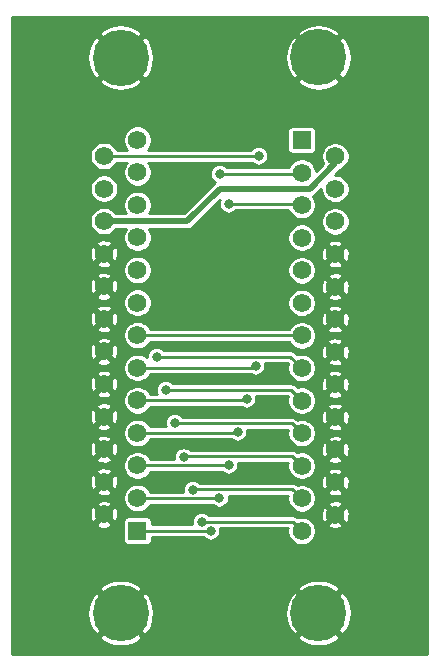
<source format=gbr>
%TF.GenerationSoftware,KiCad,Pcbnew,(5.1.6)-1*%
%TF.CreationDate,2022-02-09T07:41:58-05:00*%
%TF.ProjectId,A1000_Parallel,41313030-305f-4506-9172-616c6c656c2e,rev?*%
%TF.SameCoordinates,Original*%
%TF.FileFunction,Copper,L1,Top*%
%TF.FilePolarity,Positive*%
%FSLAX46Y46*%
G04 Gerber Fmt 4.6, Leading zero omitted, Abs format (unit mm)*
G04 Created by KiCad (PCBNEW (5.1.6)-1) date 2022-02-09 07:41:58*
%MOMM*%
%LPD*%
G01*
G04 APERTURE LIST*
%TA.AperFunction,ComponentPad*%
%ADD10R,1.561000X1.561000*%
%TD*%
%TA.AperFunction,ComponentPad*%
%ADD11C,1.561000*%
%TD*%
%TA.AperFunction,ComponentPad*%
%ADD12C,4.762000*%
%TD*%
%TA.AperFunction,ViaPad*%
%ADD13C,0.800000*%
%TD*%
%TA.AperFunction,Conductor*%
%ADD14C,0.250000*%
%TD*%
%TA.AperFunction,Conductor*%
%ADD15C,0.500000*%
%TD*%
%TA.AperFunction,Conductor*%
%ADD16C,0.254000*%
%TD*%
G04 APERTURE END LIST*
D10*
%TO.P,J1,1*%
%TO.N,/STROBE*%
X117252080Y-112506760D03*
D11*
%TO.P,J1,2*%
%TO.N,/DATA0*%
X117252080Y-109748760D03*
%TO.P,J1,3*%
%TO.N,/DATA1*%
X117252080Y-106990760D03*
%TO.P,J1,4*%
%TO.N,/DATA2*%
X117252080Y-104232760D03*
%TO.P,J1,5*%
%TO.N,/DATA3*%
X117252080Y-101474760D03*
%TO.P,J1,6*%
%TO.N,/DATA4*%
X117252080Y-98716760D03*
%TO.P,J1,7*%
%TO.N,/DATA5*%
X117252080Y-95958760D03*
%TO.P,J1,8*%
%TO.N,/DATA6*%
X117252080Y-93200760D03*
%TO.P,J1,9*%
%TO.N,/DATA7*%
X117252080Y-90442760D03*
%TO.P,J1,10*%
%TO.N,/ACK*%
X117252080Y-87684760D03*
%TO.P,J1,11*%
%TO.N,/BUSY*%
X117252080Y-84926760D03*
%TO.P,J1,12*%
%TO.N,/POUT*%
X117252080Y-82168760D03*
%TO.P,J1,13*%
%TO.N,/SEL*%
X117252080Y-79410760D03*
%TO.P,J1,14*%
%TO.N,GND*%
X114407080Y-111127760D03*
%TO.P,J1,15*%
X114407080Y-108369760D03*
%TO.P,J1,16*%
X114407080Y-105611760D03*
%TO.P,J1,17*%
X114407080Y-102853760D03*
%TO.P,J1,18*%
X114407080Y-100095760D03*
%TO.P,J1,19*%
X114407080Y-97337760D03*
%TO.P,J1,20*%
X114407080Y-94579760D03*
%TO.P,J1,21*%
X114407080Y-91821760D03*
%TO.P,J1,22*%
X114407080Y-89063760D03*
%TO.P,J1,23*%
%TO.N,/5V*%
X114407080Y-86305760D03*
%TO.P,J1,24*%
%TO.N,Net-(J1-Pad24)*%
X114407080Y-83547760D03*
%TO.P,J1,25*%
%TO.N,/RESET*%
X114407080Y-80789760D03*
D12*
%TO.P,J1,MH1*%
%TO.N,GND*%
X115829080Y-119491760D03*
%TO.P,J1,MH2*%
X115829080Y-72450760D03*
%TD*%
%TO.P,J2,MH2*%
%TO.N,GND*%
X132575300Y-119486680D03*
%TO.P,J2,MH1*%
X132575300Y-72445680D03*
D11*
%TO.P,J2,25*%
X133997300Y-111147680D03*
%TO.P,J2,24*%
X133997300Y-108389680D03*
%TO.P,J2,23*%
X133997300Y-105631680D03*
%TO.P,J2,22*%
X133997300Y-102873680D03*
%TO.P,J2,21*%
X133997300Y-100115680D03*
%TO.P,J2,20*%
X133997300Y-97357680D03*
%TO.P,J2,19*%
X133997300Y-94599680D03*
%TO.P,J2,18*%
X133997300Y-91841680D03*
%TO.P,J2,17*%
X133997300Y-89083680D03*
%TO.P,J2,16*%
%TO.N,/RESET*%
X133997300Y-86325680D03*
%TO.P,J2,15*%
%TO.N,Net-(J2-Pad15)*%
X133997300Y-83567680D03*
%TO.P,J2,14*%
%TO.N,/5V*%
X133997300Y-80809680D03*
%TO.P,J2,13*%
%TO.N,/SEL*%
X131152300Y-112526680D03*
%TO.P,J2,12*%
%TO.N,/POUT*%
X131152300Y-109768680D03*
%TO.P,J2,11*%
%TO.N,/BUSY*%
X131152300Y-107010680D03*
%TO.P,J2,10*%
%TO.N,/ACK*%
X131152300Y-104252680D03*
%TO.P,J2,9*%
%TO.N,/DATA7*%
X131152300Y-101494680D03*
%TO.P,J2,8*%
%TO.N,/DATA6*%
X131152300Y-98736680D03*
%TO.P,J2,7*%
%TO.N,/DATA5*%
X131152300Y-95978680D03*
%TO.P,J2,6*%
%TO.N,/DATA4*%
X131152300Y-93220680D03*
%TO.P,J2,5*%
%TO.N,/DATA3*%
X131152300Y-90462680D03*
%TO.P,J2,4*%
%TO.N,/DATA2*%
X131152300Y-87704680D03*
%TO.P,J2,3*%
%TO.N,/DATA1*%
X131152300Y-84946680D03*
%TO.P,J2,2*%
%TO.N,/DATA0*%
X131152300Y-82188680D03*
D10*
%TO.P,J2,1*%
%TO.N,/STROBE*%
X131152300Y-79430680D03*
%TD*%
D13*
%TO.N,/STROBE*%
X123444000Y-112522000D03*
%TO.N,/DATA0*%
X124169000Y-109728000D03*
X124206000Y-82296000D03*
%TO.N,/DATA1*%
X124968000Y-106934000D03*
X124968000Y-84836000D03*
%TO.N,/DATA2*%
X125730000Y-104140000D03*
%TO.N,/DATA3*%
X126492000Y-101346000D03*
%TO.N,/DATA4*%
X127254000Y-98552000D03*
%TO.N,/DATA6*%
X118872000Y-97790000D03*
%TO.N,/DATA7*%
X119634000Y-100584000D03*
%TO.N,/ACK*%
X120396000Y-103378000D03*
%TO.N,/BUSY*%
X121158000Y-106265760D03*
%TO.N,/POUT*%
X121920000Y-109023760D03*
%TO.N,/SEL*%
X122682000Y-111760000D03*
%TO.N,GND*%
X121412000Y-82296000D03*
X126492000Y-86614000D03*
%TO.N,/RESET*%
X127508000Y-80772000D03*
%TD*%
D14*
%TO.N,/STROBE*%
X117252080Y-112506760D02*
X123428760Y-112506760D01*
X123428760Y-112506760D02*
X123444000Y-112522000D01*
X131080980Y-79502000D02*
X131152300Y-79430680D01*
%TO.N,/DATA0*%
X117252080Y-109748760D02*
X124148240Y-109748760D01*
X124148240Y-109748760D02*
X124169000Y-109728000D01*
X131044980Y-82296000D02*
X131152300Y-82188680D01*
X124206000Y-82296000D02*
X131044980Y-82296000D01*
%TO.N,/DATA1*%
X117252080Y-106990760D02*
X124911240Y-106990760D01*
X124911240Y-106990760D02*
X124968000Y-106934000D01*
X131041620Y-84836000D02*
X131152300Y-84946680D01*
X124968000Y-84836000D02*
X131041620Y-84836000D01*
%TO.N,/DATA2*%
X117252080Y-104232760D02*
X125637240Y-104232760D01*
X125637240Y-104232760D02*
X125730000Y-104140000D01*
X131077620Y-87630000D02*
X131152300Y-87704680D01*
%TO.N,/DATA3*%
X117252080Y-101474760D02*
X126363240Y-101474760D01*
X126363240Y-101474760D02*
X126492000Y-101346000D01*
X131113620Y-90424000D02*
X131152300Y-90462680D01*
%TO.N,/DATA4*%
X117252080Y-98716760D02*
X127089240Y-98716760D01*
X127089240Y-98716760D02*
X127254000Y-98552000D01*
X131149620Y-93218000D02*
X131152300Y-93220680D01*
%TO.N,/DATA5*%
X131132380Y-95958760D02*
X131152300Y-95978680D01*
X117252080Y-95958760D02*
X131132380Y-95958760D01*
%TO.N,/DATA6*%
X131152300Y-98736680D02*
X130205620Y-97790000D01*
X130205620Y-97790000D02*
X118872000Y-97790000D01*
X117269320Y-93218000D02*
X117252080Y-93200760D01*
%TO.N,/DATA7*%
X131152300Y-101494680D02*
X130241620Y-100584000D01*
X130241620Y-100584000D02*
X119634000Y-100584000D01*
X117270840Y-90424000D02*
X117252080Y-90442760D01*
%TO.N,/ACK*%
X120432999Y-103414999D02*
X120396000Y-103378000D01*
X131152300Y-104252680D02*
X130314619Y-103414999D01*
X130314619Y-103414999D02*
X120432999Y-103414999D01*
X117306840Y-87630000D02*
X117252080Y-87684760D01*
%TO.N,/BUSY*%
X121214761Y-106208999D02*
X121158000Y-106265760D01*
X131152300Y-107010680D02*
X130350619Y-106208999D01*
X130350619Y-106208999D02*
X121214761Y-106208999D01*
X117342840Y-84836000D02*
X117252080Y-84926760D01*
%TO.N,/POUT*%
X121955579Y-108988181D02*
X121920000Y-109023760D01*
X131152300Y-109768680D02*
X130371801Y-108988181D01*
X130371801Y-108988181D02*
X121955579Y-108988181D01*
X117379320Y-82296000D02*
X117252080Y-82168760D01*
%TO.N,/SEL*%
X131152300Y-112526680D02*
X130385620Y-111760000D01*
X130385620Y-111760000D02*
X122682000Y-111760000D01*
X117343320Y-79502000D02*
X117252080Y-79410760D01*
D15*
%TO.N,/5V*%
X133997300Y-81394700D02*
X133997300Y-80809680D01*
X131826000Y-83566000D02*
X133997300Y-81394700D01*
X114407080Y-86305760D02*
X121466240Y-86305760D01*
X124206000Y-83566000D02*
X131826000Y-83566000D01*
X121466240Y-86305760D02*
X124206000Y-83566000D01*
D14*
%TO.N,/RESET*%
X114407080Y-80789760D02*
X127490240Y-80789760D01*
X127490240Y-80789760D02*
X127508000Y-80772000D01*
X133962980Y-86360000D02*
X133997300Y-86325680D01*
%TD*%
D16*
%TO.N,GND*%
G36*
X141788001Y-122992000D02*
G01*
X106624000Y-122992000D01*
X106624000Y-121499141D01*
X114001304Y-121499141D01*
X114275018Y-121846807D01*
X114764326Y-122104737D01*
X115294551Y-122262252D01*
X115845318Y-122313300D01*
X116395461Y-122255917D01*
X116923839Y-122092309D01*
X117383142Y-121846807D01*
X117656856Y-121499141D01*
X117651776Y-121494061D01*
X130747524Y-121494061D01*
X131021238Y-121841727D01*
X131510546Y-122099657D01*
X132040771Y-122257172D01*
X132591538Y-122308220D01*
X133141681Y-122250837D01*
X133670059Y-122087229D01*
X134129362Y-121841727D01*
X134403076Y-121494061D01*
X132575300Y-119666285D01*
X130747524Y-121494061D01*
X117651776Y-121494061D01*
X115829080Y-119671365D01*
X114001304Y-121499141D01*
X106624000Y-121499141D01*
X106624000Y-119507998D01*
X113007540Y-119507998D01*
X113064923Y-120058141D01*
X113228531Y-120586519D01*
X113474033Y-121045822D01*
X113821699Y-121319536D01*
X115649475Y-119491760D01*
X116008685Y-119491760D01*
X117836461Y-121319536D01*
X118184127Y-121045822D01*
X118442057Y-120556514D01*
X118599572Y-120026289D01*
X118648080Y-119502918D01*
X129753760Y-119502918D01*
X129811143Y-120053061D01*
X129974751Y-120581439D01*
X130220253Y-121040742D01*
X130567919Y-121314456D01*
X132395695Y-119486680D01*
X132754905Y-119486680D01*
X134582681Y-121314456D01*
X134930347Y-121040742D01*
X135188277Y-120551434D01*
X135345792Y-120021209D01*
X135396840Y-119470442D01*
X135339457Y-118920299D01*
X135175849Y-118391921D01*
X134930347Y-117932618D01*
X134582681Y-117658904D01*
X132754905Y-119486680D01*
X132395695Y-119486680D01*
X130567919Y-117658904D01*
X130220253Y-117932618D01*
X129962323Y-118421926D01*
X129804808Y-118952151D01*
X129753760Y-119502918D01*
X118648080Y-119502918D01*
X118650620Y-119475522D01*
X118593237Y-118925379D01*
X118429629Y-118397001D01*
X118184127Y-117937698D01*
X117836461Y-117663984D01*
X116008685Y-119491760D01*
X115649475Y-119491760D01*
X113821699Y-117663984D01*
X113474033Y-117937698D01*
X113216103Y-118427006D01*
X113058588Y-118957231D01*
X113007540Y-119507998D01*
X106624000Y-119507998D01*
X106624000Y-117484379D01*
X114001304Y-117484379D01*
X115829080Y-119312155D01*
X117656856Y-117484379D01*
X117652857Y-117479299D01*
X130747524Y-117479299D01*
X132575300Y-119307075D01*
X134403076Y-117479299D01*
X134129362Y-117131633D01*
X133640054Y-116873703D01*
X133109829Y-116716188D01*
X132559062Y-116665140D01*
X132008919Y-116722523D01*
X131480541Y-116886131D01*
X131021238Y-117131633D01*
X130747524Y-117479299D01*
X117652857Y-117479299D01*
X117383142Y-117136713D01*
X116893834Y-116878783D01*
X116363609Y-116721268D01*
X115812842Y-116670220D01*
X115262699Y-116727603D01*
X114734321Y-116891211D01*
X114275018Y-117136713D01*
X114001304Y-117484379D01*
X106624000Y-117484379D01*
X106624000Y-111994872D01*
X113719574Y-111994872D01*
X113800557Y-112178632D01*
X114017227Y-112276766D01*
X114248878Y-112330745D01*
X114486608Y-112338494D01*
X114721283Y-112299715D01*
X114943882Y-112215898D01*
X115013603Y-112178632D01*
X115094586Y-111994872D01*
X114407080Y-111307365D01*
X113719574Y-111994872D01*
X106624000Y-111994872D01*
X106624000Y-111207288D01*
X113196346Y-111207288D01*
X113235125Y-111441963D01*
X113318942Y-111664562D01*
X113356208Y-111734283D01*
X113539968Y-111815266D01*
X114227475Y-111127760D01*
X114586685Y-111127760D01*
X115274192Y-111815266D01*
X115457952Y-111734283D01*
X115461585Y-111726260D01*
X116042514Y-111726260D01*
X116042514Y-113287260D01*
X116050758Y-113370967D01*
X116075175Y-113451456D01*
X116114825Y-113525636D01*
X116168185Y-113590655D01*
X116233204Y-113644015D01*
X116307384Y-113683665D01*
X116387873Y-113708082D01*
X116471580Y-113716326D01*
X118032580Y-113716326D01*
X118116287Y-113708082D01*
X118196776Y-113683665D01*
X118270956Y-113644015D01*
X118335975Y-113590655D01*
X118389335Y-113525636D01*
X118428985Y-113451456D01*
X118453402Y-113370967D01*
X118461646Y-113287260D01*
X118461646Y-113058760D01*
X122811207Y-113058760D01*
X122916819Y-113164372D01*
X123052269Y-113254877D01*
X123202773Y-113317218D01*
X123362548Y-113349000D01*
X123525452Y-113349000D01*
X123685227Y-113317218D01*
X123835731Y-113254877D01*
X123971181Y-113164372D01*
X124086372Y-113049181D01*
X124176877Y-112913731D01*
X124239218Y-112763227D01*
X124271000Y-112603452D01*
X124271000Y-112440548D01*
X124245430Y-112312000D01*
X129963846Y-112312000D01*
X129944800Y-112407752D01*
X129944800Y-112645608D01*
X129991203Y-112878895D01*
X130082227Y-113098646D01*
X130214373Y-113296417D01*
X130382563Y-113464607D01*
X130580334Y-113596753D01*
X130800085Y-113687777D01*
X131033372Y-113734180D01*
X131271228Y-113734180D01*
X131504515Y-113687777D01*
X131724266Y-113596753D01*
X131922037Y-113464607D01*
X132090227Y-113296417D01*
X132222373Y-113098646D01*
X132313397Y-112878895D01*
X132359800Y-112645608D01*
X132359800Y-112407752D01*
X132313397Y-112174465D01*
X132247259Y-112014792D01*
X133309794Y-112014792D01*
X133390777Y-112198552D01*
X133607447Y-112296686D01*
X133839098Y-112350665D01*
X134076828Y-112358414D01*
X134311503Y-112319635D01*
X134534102Y-112235818D01*
X134603823Y-112198552D01*
X134684806Y-112014792D01*
X133997300Y-111327285D01*
X133309794Y-112014792D01*
X132247259Y-112014792D01*
X132222373Y-111954714D01*
X132090227Y-111756943D01*
X131922037Y-111588753D01*
X131724266Y-111456607D01*
X131504515Y-111365583D01*
X131271228Y-111319180D01*
X131033372Y-111319180D01*
X130800085Y-111365583D01*
X130782126Y-111373022D01*
X130777831Y-111367789D01*
X130693778Y-111298809D01*
X130597883Y-111247552D01*
X130530819Y-111227208D01*
X132786566Y-111227208D01*
X132825345Y-111461883D01*
X132909162Y-111684482D01*
X132946428Y-111754203D01*
X133130188Y-111835186D01*
X133817695Y-111147680D01*
X134176905Y-111147680D01*
X134864412Y-111835186D01*
X135048172Y-111754203D01*
X135146306Y-111537533D01*
X135200285Y-111305882D01*
X135208034Y-111068152D01*
X135169255Y-110833477D01*
X135085438Y-110610878D01*
X135048172Y-110541157D01*
X134864412Y-110460174D01*
X134176905Y-111147680D01*
X133817695Y-111147680D01*
X133130188Y-110460174D01*
X132946428Y-110541157D01*
X132848294Y-110757827D01*
X132794315Y-110989478D01*
X132786566Y-111227208D01*
X130530819Y-111227208D01*
X130493831Y-111215988D01*
X130412729Y-111208000D01*
X130412726Y-111208000D01*
X130385620Y-111205330D01*
X130358514Y-111208000D01*
X123299553Y-111208000D01*
X123209181Y-111117628D01*
X123073731Y-111027123D01*
X122923227Y-110964782D01*
X122763452Y-110933000D01*
X122600548Y-110933000D01*
X122440773Y-110964782D01*
X122290269Y-111027123D01*
X122154819Y-111117628D01*
X122039628Y-111232819D01*
X121949123Y-111368269D01*
X121886782Y-111518773D01*
X121855000Y-111678548D01*
X121855000Y-111841452D01*
X121877539Y-111954760D01*
X118461646Y-111954760D01*
X118461646Y-111726260D01*
X118453402Y-111642553D01*
X118428985Y-111562064D01*
X118389335Y-111487884D01*
X118335975Y-111422865D01*
X118270956Y-111369505D01*
X118196776Y-111329855D01*
X118116287Y-111305438D01*
X118032580Y-111297194D01*
X116471580Y-111297194D01*
X116387873Y-111305438D01*
X116307384Y-111329855D01*
X116233204Y-111369505D01*
X116168185Y-111422865D01*
X116114825Y-111487884D01*
X116075175Y-111562064D01*
X116050758Y-111642553D01*
X116042514Y-111726260D01*
X115461585Y-111726260D01*
X115556086Y-111517613D01*
X115610065Y-111285962D01*
X115617814Y-111048232D01*
X115579035Y-110813557D01*
X115495218Y-110590958D01*
X115457952Y-110521237D01*
X115274192Y-110440254D01*
X114586685Y-111127760D01*
X114227475Y-111127760D01*
X113539968Y-110440254D01*
X113356208Y-110521237D01*
X113258074Y-110737907D01*
X113204095Y-110969558D01*
X113196346Y-111207288D01*
X106624000Y-111207288D01*
X106624000Y-110260648D01*
X113719574Y-110260648D01*
X114407080Y-110948155D01*
X115094586Y-110260648D01*
X115013603Y-110076888D01*
X114796933Y-109978754D01*
X114565282Y-109924775D01*
X114327552Y-109917026D01*
X114092877Y-109955805D01*
X113870278Y-110039622D01*
X113800557Y-110076888D01*
X113719574Y-110260648D01*
X106624000Y-110260648D01*
X106624000Y-109629832D01*
X116044580Y-109629832D01*
X116044580Y-109867688D01*
X116090983Y-110100975D01*
X116182007Y-110320726D01*
X116314153Y-110518497D01*
X116482343Y-110686687D01*
X116680114Y-110818833D01*
X116899865Y-110909857D01*
X117133152Y-110956260D01*
X117371008Y-110956260D01*
X117604295Y-110909857D01*
X117824046Y-110818833D01*
X118021817Y-110686687D01*
X118190007Y-110518497D01*
X118322153Y-110320726D01*
X118330423Y-110300760D01*
X123572207Y-110300760D01*
X123641819Y-110370372D01*
X123777269Y-110460877D01*
X123927773Y-110523218D01*
X124087548Y-110555000D01*
X124250452Y-110555000D01*
X124410227Y-110523218D01*
X124560731Y-110460877D01*
X124696181Y-110370372D01*
X124811372Y-110255181D01*
X124901877Y-110119731D01*
X124964218Y-109969227D01*
X124996000Y-109809452D01*
X124996000Y-109646548D01*
X124974842Y-109540181D01*
X129966595Y-109540181D01*
X129944800Y-109649752D01*
X129944800Y-109887608D01*
X129991203Y-110120895D01*
X130082227Y-110340646D01*
X130214373Y-110538417D01*
X130382563Y-110706607D01*
X130580334Y-110838753D01*
X130800085Y-110929777D01*
X131033372Y-110976180D01*
X131271228Y-110976180D01*
X131504515Y-110929777D01*
X131724266Y-110838753D01*
X131922037Y-110706607D01*
X132090227Y-110538417D01*
X132222373Y-110340646D01*
X132247258Y-110280568D01*
X133309794Y-110280568D01*
X133997300Y-110968075D01*
X134684806Y-110280568D01*
X134603823Y-110096808D01*
X134387153Y-109998674D01*
X134155502Y-109944695D01*
X133917772Y-109936946D01*
X133683097Y-109975725D01*
X133460498Y-110059542D01*
X133390777Y-110096808D01*
X133309794Y-110280568D01*
X132247258Y-110280568D01*
X132313397Y-110120895D01*
X132359800Y-109887608D01*
X132359800Y-109649752D01*
X132313397Y-109416465D01*
X132247259Y-109256792D01*
X133309794Y-109256792D01*
X133390777Y-109440552D01*
X133607447Y-109538686D01*
X133839098Y-109592665D01*
X134076828Y-109600414D01*
X134311503Y-109561635D01*
X134534102Y-109477818D01*
X134603823Y-109440552D01*
X134684806Y-109256792D01*
X133997300Y-108569285D01*
X133309794Y-109256792D01*
X132247259Y-109256792D01*
X132222373Y-109196714D01*
X132090227Y-108998943D01*
X131922037Y-108830753D01*
X131724266Y-108698607D01*
X131504515Y-108607583D01*
X131271228Y-108561180D01*
X131033372Y-108561180D01*
X130800085Y-108607583D01*
X130780276Y-108615788D01*
X130764012Y-108595970D01*
X130679959Y-108526990D01*
X130584064Y-108475733D01*
X130562555Y-108469208D01*
X132786566Y-108469208D01*
X132825345Y-108703883D01*
X132909162Y-108926482D01*
X132946428Y-108996203D01*
X133130188Y-109077186D01*
X133817695Y-108389680D01*
X134176905Y-108389680D01*
X134864412Y-109077186D01*
X135048172Y-108996203D01*
X135146306Y-108779533D01*
X135200285Y-108547882D01*
X135208034Y-108310152D01*
X135169255Y-108075477D01*
X135085438Y-107852878D01*
X135048172Y-107783157D01*
X134864412Y-107702174D01*
X134176905Y-108389680D01*
X133817695Y-108389680D01*
X133130188Y-107702174D01*
X132946428Y-107783157D01*
X132848294Y-107999827D01*
X132794315Y-108231478D01*
X132786566Y-108469208D01*
X130562555Y-108469208D01*
X130480012Y-108444169D01*
X130398910Y-108436181D01*
X130398907Y-108436181D01*
X130371801Y-108433511D01*
X130344695Y-108436181D01*
X122501974Y-108436181D01*
X122447181Y-108381388D01*
X122311731Y-108290883D01*
X122161227Y-108228542D01*
X122001452Y-108196760D01*
X121838548Y-108196760D01*
X121678773Y-108228542D01*
X121528269Y-108290883D01*
X121392819Y-108381388D01*
X121277628Y-108496579D01*
X121187123Y-108632029D01*
X121124782Y-108782533D01*
X121093000Y-108942308D01*
X121093000Y-109105212D01*
X121111210Y-109196760D01*
X118330423Y-109196760D01*
X118322153Y-109176794D01*
X118190007Y-108979023D01*
X118021817Y-108810833D01*
X117824046Y-108678687D01*
X117604295Y-108587663D01*
X117371008Y-108541260D01*
X117133152Y-108541260D01*
X116899865Y-108587663D01*
X116680114Y-108678687D01*
X116482343Y-108810833D01*
X116314153Y-108979023D01*
X116182007Y-109176794D01*
X116090983Y-109396545D01*
X116044580Y-109629832D01*
X106624000Y-109629832D01*
X106624000Y-109236872D01*
X113719574Y-109236872D01*
X113800557Y-109420632D01*
X114017227Y-109518766D01*
X114248878Y-109572745D01*
X114486608Y-109580494D01*
X114721283Y-109541715D01*
X114943882Y-109457898D01*
X115013603Y-109420632D01*
X115094586Y-109236872D01*
X114407080Y-108549365D01*
X113719574Y-109236872D01*
X106624000Y-109236872D01*
X106624000Y-108449288D01*
X113196346Y-108449288D01*
X113235125Y-108683963D01*
X113318942Y-108906562D01*
X113356208Y-108976283D01*
X113539968Y-109057266D01*
X114227475Y-108369760D01*
X114586685Y-108369760D01*
X115274192Y-109057266D01*
X115457952Y-108976283D01*
X115556086Y-108759613D01*
X115610065Y-108527962D01*
X115617814Y-108290232D01*
X115579035Y-108055557D01*
X115495218Y-107832958D01*
X115457952Y-107763237D01*
X115274192Y-107682254D01*
X114586685Y-108369760D01*
X114227475Y-108369760D01*
X113539968Y-107682254D01*
X113356208Y-107763237D01*
X113258074Y-107979907D01*
X113204095Y-108211558D01*
X113196346Y-108449288D01*
X106624000Y-108449288D01*
X106624000Y-107502648D01*
X113719574Y-107502648D01*
X114407080Y-108190155D01*
X115094586Y-107502648D01*
X115013603Y-107318888D01*
X114796933Y-107220754D01*
X114565282Y-107166775D01*
X114327552Y-107159026D01*
X114092877Y-107197805D01*
X113870278Y-107281622D01*
X113800557Y-107318888D01*
X113719574Y-107502648D01*
X106624000Y-107502648D01*
X106624000Y-106871832D01*
X116044580Y-106871832D01*
X116044580Y-107109688D01*
X116090983Y-107342975D01*
X116182007Y-107562726D01*
X116314153Y-107760497D01*
X116482343Y-107928687D01*
X116680114Y-108060833D01*
X116899865Y-108151857D01*
X117133152Y-108198260D01*
X117371008Y-108198260D01*
X117604295Y-108151857D01*
X117824046Y-108060833D01*
X118021817Y-107928687D01*
X118190007Y-107760497D01*
X118322153Y-107562726D01*
X118330423Y-107542760D01*
X124407207Y-107542760D01*
X124440819Y-107576372D01*
X124576269Y-107666877D01*
X124726773Y-107729218D01*
X124886548Y-107761000D01*
X125049452Y-107761000D01*
X125209227Y-107729218D01*
X125359731Y-107666877D01*
X125495181Y-107576372D01*
X125610372Y-107461181D01*
X125700877Y-107325731D01*
X125763218Y-107175227D01*
X125795000Y-107015452D01*
X125795000Y-106852548D01*
X125776789Y-106760999D01*
X129970808Y-106760999D01*
X129944800Y-106891752D01*
X129944800Y-107129608D01*
X129991203Y-107362895D01*
X130082227Y-107582646D01*
X130214373Y-107780417D01*
X130382563Y-107948607D01*
X130580334Y-108080753D01*
X130800085Y-108171777D01*
X131033372Y-108218180D01*
X131271228Y-108218180D01*
X131504515Y-108171777D01*
X131724266Y-108080753D01*
X131922037Y-107948607D01*
X132090227Y-107780417D01*
X132222373Y-107582646D01*
X132247258Y-107522568D01*
X133309794Y-107522568D01*
X133997300Y-108210075D01*
X134684806Y-107522568D01*
X134603823Y-107338808D01*
X134387153Y-107240674D01*
X134155502Y-107186695D01*
X133917772Y-107178946D01*
X133683097Y-107217725D01*
X133460498Y-107301542D01*
X133390777Y-107338808D01*
X133309794Y-107522568D01*
X132247258Y-107522568D01*
X132313397Y-107362895D01*
X132359800Y-107129608D01*
X132359800Y-106891752D01*
X132313397Y-106658465D01*
X132247259Y-106498792D01*
X133309794Y-106498792D01*
X133390777Y-106682552D01*
X133607447Y-106780686D01*
X133839098Y-106834665D01*
X134076828Y-106842414D01*
X134311503Y-106803635D01*
X134534102Y-106719818D01*
X134603823Y-106682552D01*
X134684806Y-106498792D01*
X133997300Y-105811285D01*
X133309794Y-106498792D01*
X132247259Y-106498792D01*
X132222373Y-106438714D01*
X132090227Y-106240943D01*
X131922037Y-106072753D01*
X131724266Y-105940607D01*
X131504515Y-105849583D01*
X131271228Y-105803180D01*
X131033372Y-105803180D01*
X130800085Y-105849583D01*
X130780118Y-105857854D01*
X130760119Y-105837855D01*
X130742830Y-105816788D01*
X130658777Y-105747808D01*
X130590304Y-105711208D01*
X132786566Y-105711208D01*
X132825345Y-105945883D01*
X132909162Y-106168482D01*
X132946428Y-106238203D01*
X133130188Y-106319186D01*
X133817695Y-105631680D01*
X134176905Y-105631680D01*
X134864412Y-106319186D01*
X135048172Y-106238203D01*
X135146306Y-106021533D01*
X135200285Y-105789882D01*
X135208034Y-105552152D01*
X135169255Y-105317477D01*
X135085438Y-105094878D01*
X135048172Y-105025157D01*
X134864412Y-104944174D01*
X134176905Y-105631680D01*
X133817695Y-105631680D01*
X133130188Y-104944174D01*
X132946428Y-105025157D01*
X132848294Y-105241827D01*
X132794315Y-105473478D01*
X132786566Y-105711208D01*
X130590304Y-105711208D01*
X130562882Y-105696551D01*
X130458830Y-105664987D01*
X130377728Y-105656999D01*
X130377725Y-105656999D01*
X130350619Y-105654329D01*
X130323513Y-105656999D01*
X121718792Y-105656999D01*
X121685181Y-105623388D01*
X121549731Y-105532883D01*
X121399227Y-105470542D01*
X121239452Y-105438760D01*
X121076548Y-105438760D01*
X120916773Y-105470542D01*
X120766269Y-105532883D01*
X120630819Y-105623388D01*
X120515628Y-105738579D01*
X120425123Y-105874029D01*
X120362782Y-106024533D01*
X120331000Y-106184308D01*
X120331000Y-106347212D01*
X120349210Y-106438760D01*
X118330423Y-106438760D01*
X118322153Y-106418794D01*
X118190007Y-106221023D01*
X118021817Y-106052833D01*
X117824046Y-105920687D01*
X117604295Y-105829663D01*
X117371008Y-105783260D01*
X117133152Y-105783260D01*
X116899865Y-105829663D01*
X116680114Y-105920687D01*
X116482343Y-106052833D01*
X116314153Y-106221023D01*
X116182007Y-106418794D01*
X116090983Y-106638545D01*
X116044580Y-106871832D01*
X106624000Y-106871832D01*
X106624000Y-106478872D01*
X113719574Y-106478872D01*
X113800557Y-106662632D01*
X114017227Y-106760766D01*
X114248878Y-106814745D01*
X114486608Y-106822494D01*
X114721283Y-106783715D01*
X114943882Y-106699898D01*
X115013603Y-106662632D01*
X115094586Y-106478872D01*
X114407080Y-105791365D01*
X113719574Y-106478872D01*
X106624000Y-106478872D01*
X106624000Y-105691288D01*
X113196346Y-105691288D01*
X113235125Y-105925963D01*
X113318942Y-106148562D01*
X113356208Y-106218283D01*
X113539968Y-106299266D01*
X114227475Y-105611760D01*
X114586685Y-105611760D01*
X115274192Y-106299266D01*
X115457952Y-106218283D01*
X115556086Y-106001613D01*
X115610065Y-105769962D01*
X115617814Y-105532232D01*
X115579035Y-105297557D01*
X115495218Y-105074958D01*
X115457952Y-105005237D01*
X115274192Y-104924254D01*
X114586685Y-105611760D01*
X114227475Y-105611760D01*
X113539968Y-104924254D01*
X113356208Y-105005237D01*
X113258074Y-105221907D01*
X113204095Y-105453558D01*
X113196346Y-105691288D01*
X106624000Y-105691288D01*
X106624000Y-104744648D01*
X113719574Y-104744648D01*
X114407080Y-105432155D01*
X115094586Y-104744648D01*
X115013603Y-104560888D01*
X114796933Y-104462754D01*
X114565282Y-104408775D01*
X114327552Y-104401026D01*
X114092877Y-104439805D01*
X113870278Y-104523622D01*
X113800557Y-104560888D01*
X113719574Y-104744648D01*
X106624000Y-104744648D01*
X106624000Y-104113832D01*
X116044580Y-104113832D01*
X116044580Y-104351688D01*
X116090983Y-104584975D01*
X116182007Y-104804726D01*
X116314153Y-105002497D01*
X116482343Y-105170687D01*
X116680114Y-105302833D01*
X116899865Y-105393857D01*
X117133152Y-105440260D01*
X117371008Y-105440260D01*
X117604295Y-105393857D01*
X117824046Y-105302833D01*
X118021817Y-105170687D01*
X118190007Y-105002497D01*
X118322153Y-104804726D01*
X118330423Y-104784760D01*
X125206393Y-104784760D01*
X125338269Y-104872877D01*
X125488773Y-104935218D01*
X125648548Y-104967000D01*
X125811452Y-104967000D01*
X125971227Y-104935218D01*
X126121731Y-104872877D01*
X126257181Y-104782372D01*
X126372372Y-104667181D01*
X126462877Y-104531731D01*
X126525218Y-104381227D01*
X126557000Y-104221452D01*
X126557000Y-104058548D01*
X126538789Y-103966999D01*
X129977969Y-103966999D01*
X129944800Y-104133752D01*
X129944800Y-104371608D01*
X129991203Y-104604895D01*
X130082227Y-104824646D01*
X130214373Y-105022417D01*
X130382563Y-105190607D01*
X130580334Y-105322753D01*
X130800085Y-105413777D01*
X131033372Y-105460180D01*
X131271228Y-105460180D01*
X131504515Y-105413777D01*
X131724266Y-105322753D01*
X131922037Y-105190607D01*
X132090227Y-105022417D01*
X132222373Y-104824646D01*
X132247258Y-104764568D01*
X133309794Y-104764568D01*
X133997300Y-105452075D01*
X134684806Y-104764568D01*
X134603823Y-104580808D01*
X134387153Y-104482674D01*
X134155502Y-104428695D01*
X133917772Y-104420946D01*
X133683097Y-104459725D01*
X133460498Y-104543542D01*
X133390777Y-104580808D01*
X133309794Y-104764568D01*
X132247258Y-104764568D01*
X132313397Y-104604895D01*
X132359800Y-104371608D01*
X132359800Y-104133752D01*
X132313397Y-103900465D01*
X132247259Y-103740792D01*
X133309794Y-103740792D01*
X133390777Y-103924552D01*
X133607447Y-104022686D01*
X133839098Y-104076665D01*
X134076828Y-104084414D01*
X134311503Y-104045635D01*
X134534102Y-103961818D01*
X134603823Y-103924552D01*
X134684806Y-103740792D01*
X133997300Y-103053285D01*
X133309794Y-103740792D01*
X132247259Y-103740792D01*
X132222373Y-103680714D01*
X132090227Y-103482943D01*
X131922037Y-103314753D01*
X131724266Y-103182607D01*
X131504515Y-103091583D01*
X131271228Y-103045180D01*
X131033372Y-103045180D01*
X130800085Y-103091583D01*
X130780118Y-103099854D01*
X130724119Y-103043855D01*
X130706830Y-103022788D01*
X130622777Y-102953808D01*
X130621655Y-102953208D01*
X132786566Y-102953208D01*
X132825345Y-103187883D01*
X132909162Y-103410482D01*
X132946428Y-103480203D01*
X133130188Y-103561186D01*
X133817695Y-102873680D01*
X134176905Y-102873680D01*
X134864412Y-103561186D01*
X135048172Y-103480203D01*
X135146306Y-103263533D01*
X135200285Y-103031882D01*
X135208034Y-102794152D01*
X135169255Y-102559477D01*
X135085438Y-102336878D01*
X135048172Y-102267157D01*
X134864412Y-102186174D01*
X134176905Y-102873680D01*
X133817695Y-102873680D01*
X133130188Y-102186174D01*
X132946428Y-102267157D01*
X132848294Y-102483827D01*
X132794315Y-102715478D01*
X132786566Y-102953208D01*
X130621655Y-102953208D01*
X130526882Y-102902551D01*
X130422830Y-102870987D01*
X130341728Y-102862999D01*
X130341725Y-102862999D01*
X130314619Y-102860329D01*
X130287513Y-102862999D01*
X121046510Y-102862999D01*
X121038372Y-102850819D01*
X120923181Y-102735628D01*
X120787731Y-102645123D01*
X120637227Y-102582782D01*
X120477452Y-102551000D01*
X120314548Y-102551000D01*
X120154773Y-102582782D01*
X120004269Y-102645123D01*
X119868819Y-102735628D01*
X119753628Y-102850819D01*
X119663123Y-102986269D01*
X119600782Y-103136773D01*
X119569000Y-103296548D01*
X119569000Y-103459452D01*
X119600782Y-103619227D01*
X119626270Y-103680760D01*
X118330423Y-103680760D01*
X118322153Y-103660794D01*
X118190007Y-103463023D01*
X118021817Y-103294833D01*
X117824046Y-103162687D01*
X117604295Y-103071663D01*
X117371008Y-103025260D01*
X117133152Y-103025260D01*
X116899865Y-103071663D01*
X116680114Y-103162687D01*
X116482343Y-103294833D01*
X116314153Y-103463023D01*
X116182007Y-103660794D01*
X116090983Y-103880545D01*
X116044580Y-104113832D01*
X106624000Y-104113832D01*
X106624000Y-103720872D01*
X113719574Y-103720872D01*
X113800557Y-103904632D01*
X114017227Y-104002766D01*
X114248878Y-104056745D01*
X114486608Y-104064494D01*
X114721283Y-104025715D01*
X114943882Y-103941898D01*
X115013603Y-103904632D01*
X115094586Y-103720872D01*
X114407080Y-103033365D01*
X113719574Y-103720872D01*
X106624000Y-103720872D01*
X106624000Y-102933288D01*
X113196346Y-102933288D01*
X113235125Y-103167963D01*
X113318942Y-103390562D01*
X113356208Y-103460283D01*
X113539968Y-103541266D01*
X114227475Y-102853760D01*
X114586685Y-102853760D01*
X115274192Y-103541266D01*
X115457952Y-103460283D01*
X115556086Y-103243613D01*
X115610065Y-103011962D01*
X115617814Y-102774232D01*
X115579035Y-102539557D01*
X115495218Y-102316958D01*
X115457952Y-102247237D01*
X115274192Y-102166254D01*
X114586685Y-102853760D01*
X114227475Y-102853760D01*
X113539968Y-102166254D01*
X113356208Y-102247237D01*
X113258074Y-102463907D01*
X113204095Y-102695558D01*
X113196346Y-102933288D01*
X106624000Y-102933288D01*
X106624000Y-101986648D01*
X113719574Y-101986648D01*
X114407080Y-102674155D01*
X115094586Y-101986648D01*
X115013603Y-101802888D01*
X114796933Y-101704754D01*
X114565282Y-101650775D01*
X114327552Y-101643026D01*
X114092877Y-101681805D01*
X113870278Y-101765622D01*
X113800557Y-101802888D01*
X113719574Y-101986648D01*
X106624000Y-101986648D01*
X106624000Y-101355832D01*
X116044580Y-101355832D01*
X116044580Y-101593688D01*
X116090983Y-101826975D01*
X116182007Y-102046726D01*
X116314153Y-102244497D01*
X116482343Y-102412687D01*
X116680114Y-102544833D01*
X116899865Y-102635857D01*
X117133152Y-102682260D01*
X117371008Y-102682260D01*
X117604295Y-102635857D01*
X117824046Y-102544833D01*
X118021817Y-102412687D01*
X118190007Y-102244497D01*
X118322153Y-102046726D01*
X118330423Y-102026760D01*
X126022271Y-102026760D01*
X126100269Y-102078877D01*
X126250773Y-102141218D01*
X126410548Y-102173000D01*
X126573452Y-102173000D01*
X126733227Y-102141218D01*
X126883731Y-102078877D01*
X127019181Y-101988372D01*
X127134372Y-101873181D01*
X127224877Y-101737731D01*
X127287218Y-101587227D01*
X127319000Y-101427452D01*
X127319000Y-101264548D01*
X127293430Y-101136000D01*
X129993881Y-101136000D01*
X129991203Y-101142465D01*
X129944800Y-101375752D01*
X129944800Y-101613608D01*
X129991203Y-101846895D01*
X130082227Y-102066646D01*
X130214373Y-102264417D01*
X130382563Y-102432607D01*
X130580334Y-102564753D01*
X130800085Y-102655777D01*
X131033372Y-102702180D01*
X131271228Y-102702180D01*
X131504515Y-102655777D01*
X131724266Y-102564753D01*
X131922037Y-102432607D01*
X132090227Y-102264417D01*
X132222373Y-102066646D01*
X132247258Y-102006568D01*
X133309794Y-102006568D01*
X133997300Y-102694075D01*
X134684806Y-102006568D01*
X134603823Y-101822808D01*
X134387153Y-101724674D01*
X134155502Y-101670695D01*
X133917772Y-101662946D01*
X133683097Y-101701725D01*
X133460498Y-101785542D01*
X133390777Y-101822808D01*
X133309794Y-102006568D01*
X132247258Y-102006568D01*
X132313397Y-101846895D01*
X132359800Y-101613608D01*
X132359800Y-101375752D01*
X132313397Y-101142465D01*
X132247259Y-100982792D01*
X133309794Y-100982792D01*
X133390777Y-101166552D01*
X133607447Y-101264686D01*
X133839098Y-101318665D01*
X134076828Y-101326414D01*
X134311503Y-101287635D01*
X134534102Y-101203818D01*
X134603823Y-101166552D01*
X134684806Y-100982792D01*
X133997300Y-100295285D01*
X133309794Y-100982792D01*
X132247259Y-100982792D01*
X132222373Y-100922714D01*
X132090227Y-100724943D01*
X131922037Y-100556753D01*
X131724266Y-100424607D01*
X131504515Y-100333583D01*
X131271228Y-100287180D01*
X131033372Y-100287180D01*
X130800085Y-100333583D01*
X130780118Y-100341854D01*
X130651120Y-100212856D01*
X130636637Y-100195208D01*
X132786566Y-100195208D01*
X132825345Y-100429883D01*
X132909162Y-100652482D01*
X132946428Y-100722203D01*
X133130188Y-100803186D01*
X133817695Y-100115680D01*
X134176905Y-100115680D01*
X134864412Y-100803186D01*
X135048172Y-100722203D01*
X135146306Y-100505533D01*
X135200285Y-100273882D01*
X135208034Y-100036152D01*
X135169255Y-99801477D01*
X135085438Y-99578878D01*
X135048172Y-99509157D01*
X134864412Y-99428174D01*
X134176905Y-100115680D01*
X133817695Y-100115680D01*
X133130188Y-99428174D01*
X132946428Y-99509157D01*
X132848294Y-99725827D01*
X132794315Y-99957478D01*
X132786566Y-100195208D01*
X130636637Y-100195208D01*
X130633831Y-100191789D01*
X130549778Y-100122809D01*
X130453883Y-100071552D01*
X130349831Y-100039988D01*
X130268729Y-100032000D01*
X130268726Y-100032000D01*
X130241620Y-100029330D01*
X130214514Y-100032000D01*
X120251553Y-100032000D01*
X120161181Y-99941628D01*
X120025731Y-99851123D01*
X119875227Y-99788782D01*
X119715452Y-99757000D01*
X119552548Y-99757000D01*
X119392773Y-99788782D01*
X119242269Y-99851123D01*
X119106819Y-99941628D01*
X118991628Y-100056819D01*
X118901123Y-100192269D01*
X118838782Y-100342773D01*
X118807000Y-100502548D01*
X118807000Y-100665452D01*
X118838782Y-100825227D01*
X118879182Y-100922760D01*
X118330423Y-100922760D01*
X118322153Y-100902794D01*
X118190007Y-100705023D01*
X118021817Y-100536833D01*
X117824046Y-100404687D01*
X117604295Y-100313663D01*
X117371008Y-100267260D01*
X117133152Y-100267260D01*
X116899865Y-100313663D01*
X116680114Y-100404687D01*
X116482343Y-100536833D01*
X116314153Y-100705023D01*
X116182007Y-100902794D01*
X116090983Y-101122545D01*
X116044580Y-101355832D01*
X106624000Y-101355832D01*
X106624000Y-100962872D01*
X113719574Y-100962872D01*
X113800557Y-101146632D01*
X114017227Y-101244766D01*
X114248878Y-101298745D01*
X114486608Y-101306494D01*
X114721283Y-101267715D01*
X114943882Y-101183898D01*
X115013603Y-101146632D01*
X115094586Y-100962872D01*
X114407080Y-100275365D01*
X113719574Y-100962872D01*
X106624000Y-100962872D01*
X106624000Y-100175288D01*
X113196346Y-100175288D01*
X113235125Y-100409963D01*
X113318942Y-100632562D01*
X113356208Y-100702283D01*
X113539968Y-100783266D01*
X114227475Y-100095760D01*
X114586685Y-100095760D01*
X115274192Y-100783266D01*
X115457952Y-100702283D01*
X115556086Y-100485613D01*
X115610065Y-100253962D01*
X115617814Y-100016232D01*
X115579035Y-99781557D01*
X115495218Y-99558958D01*
X115457952Y-99489237D01*
X115274192Y-99408254D01*
X114586685Y-100095760D01*
X114227475Y-100095760D01*
X113539968Y-99408254D01*
X113356208Y-99489237D01*
X113258074Y-99705907D01*
X113204095Y-99937558D01*
X113196346Y-100175288D01*
X106624000Y-100175288D01*
X106624000Y-99228648D01*
X113719574Y-99228648D01*
X114407080Y-99916155D01*
X115094586Y-99228648D01*
X115013603Y-99044888D01*
X114796933Y-98946754D01*
X114565282Y-98892775D01*
X114327552Y-98885026D01*
X114092877Y-98923805D01*
X113870278Y-99007622D01*
X113800557Y-99044888D01*
X113719574Y-99228648D01*
X106624000Y-99228648D01*
X106624000Y-98597832D01*
X116044580Y-98597832D01*
X116044580Y-98835688D01*
X116090983Y-99068975D01*
X116182007Y-99288726D01*
X116314153Y-99486497D01*
X116482343Y-99654687D01*
X116680114Y-99786833D01*
X116899865Y-99877857D01*
X117133152Y-99924260D01*
X117371008Y-99924260D01*
X117604295Y-99877857D01*
X117824046Y-99786833D01*
X118021817Y-99654687D01*
X118190007Y-99486497D01*
X118322153Y-99288726D01*
X118330423Y-99268760D01*
X126838148Y-99268760D01*
X126862269Y-99284877D01*
X127012773Y-99347218D01*
X127172548Y-99379000D01*
X127335452Y-99379000D01*
X127495227Y-99347218D01*
X127645731Y-99284877D01*
X127781181Y-99194372D01*
X127896372Y-99079181D01*
X127986877Y-98943731D01*
X128049218Y-98793227D01*
X128081000Y-98633452D01*
X128081000Y-98470548D01*
X128055430Y-98342000D01*
X129976976Y-98342000D01*
X129999474Y-98364498D01*
X129991203Y-98384465D01*
X129944800Y-98617752D01*
X129944800Y-98855608D01*
X129991203Y-99088895D01*
X130082227Y-99308646D01*
X130214373Y-99506417D01*
X130382563Y-99674607D01*
X130580334Y-99806753D01*
X130800085Y-99897777D01*
X131033372Y-99944180D01*
X131271228Y-99944180D01*
X131504515Y-99897777D01*
X131724266Y-99806753D01*
X131922037Y-99674607D01*
X132090227Y-99506417D01*
X132222373Y-99308646D01*
X132247258Y-99248568D01*
X133309794Y-99248568D01*
X133997300Y-99936075D01*
X134684806Y-99248568D01*
X134603823Y-99064808D01*
X134387153Y-98966674D01*
X134155502Y-98912695D01*
X133917772Y-98904946D01*
X133683097Y-98943725D01*
X133460498Y-99027542D01*
X133390777Y-99064808D01*
X133309794Y-99248568D01*
X132247258Y-99248568D01*
X132313397Y-99088895D01*
X132359800Y-98855608D01*
X132359800Y-98617752D01*
X132313397Y-98384465D01*
X132247259Y-98224792D01*
X133309794Y-98224792D01*
X133390777Y-98408552D01*
X133607447Y-98506686D01*
X133839098Y-98560665D01*
X134076828Y-98568414D01*
X134311503Y-98529635D01*
X134534102Y-98445818D01*
X134603823Y-98408552D01*
X134684806Y-98224792D01*
X133997300Y-97537285D01*
X133309794Y-98224792D01*
X132247259Y-98224792D01*
X132222373Y-98164714D01*
X132090227Y-97966943D01*
X131922037Y-97798753D01*
X131724266Y-97666607D01*
X131504515Y-97575583D01*
X131271228Y-97529180D01*
X131033372Y-97529180D01*
X130800085Y-97575583D01*
X130780118Y-97583854D01*
X130633472Y-97437208D01*
X132786566Y-97437208D01*
X132825345Y-97671883D01*
X132909162Y-97894482D01*
X132946428Y-97964203D01*
X133130188Y-98045186D01*
X133817695Y-97357680D01*
X134176905Y-97357680D01*
X134864412Y-98045186D01*
X135048172Y-97964203D01*
X135146306Y-97747533D01*
X135200285Y-97515882D01*
X135208034Y-97278152D01*
X135169255Y-97043477D01*
X135085438Y-96820878D01*
X135048172Y-96751157D01*
X134864412Y-96670174D01*
X134176905Y-97357680D01*
X133817695Y-97357680D01*
X133130188Y-96670174D01*
X132946428Y-96751157D01*
X132848294Y-96967827D01*
X132794315Y-97199478D01*
X132786566Y-97437208D01*
X130633472Y-97437208D01*
X130615120Y-97418856D01*
X130597831Y-97397789D01*
X130513778Y-97328809D01*
X130417883Y-97277552D01*
X130313831Y-97245988D01*
X130232729Y-97238000D01*
X130232726Y-97238000D01*
X130205620Y-97235330D01*
X130178514Y-97238000D01*
X119489553Y-97238000D01*
X119399181Y-97147628D01*
X119263731Y-97057123D01*
X119113227Y-96994782D01*
X118953452Y-96963000D01*
X118790548Y-96963000D01*
X118630773Y-96994782D01*
X118480269Y-97057123D01*
X118344819Y-97147628D01*
X118229628Y-97262819D01*
X118139123Y-97398269D01*
X118076782Y-97548773D01*
X118045000Y-97708548D01*
X118045000Y-97802016D01*
X118021817Y-97778833D01*
X117824046Y-97646687D01*
X117604295Y-97555663D01*
X117371008Y-97509260D01*
X117133152Y-97509260D01*
X116899865Y-97555663D01*
X116680114Y-97646687D01*
X116482343Y-97778833D01*
X116314153Y-97947023D01*
X116182007Y-98144794D01*
X116090983Y-98364545D01*
X116044580Y-98597832D01*
X106624000Y-98597832D01*
X106624000Y-98204872D01*
X113719574Y-98204872D01*
X113800557Y-98388632D01*
X114017227Y-98486766D01*
X114248878Y-98540745D01*
X114486608Y-98548494D01*
X114721283Y-98509715D01*
X114943882Y-98425898D01*
X115013603Y-98388632D01*
X115094586Y-98204872D01*
X114407080Y-97517365D01*
X113719574Y-98204872D01*
X106624000Y-98204872D01*
X106624000Y-97417288D01*
X113196346Y-97417288D01*
X113235125Y-97651963D01*
X113318942Y-97874562D01*
X113356208Y-97944283D01*
X113539968Y-98025266D01*
X114227475Y-97337760D01*
X114586685Y-97337760D01*
X115274192Y-98025266D01*
X115457952Y-97944283D01*
X115556086Y-97727613D01*
X115610065Y-97495962D01*
X115617814Y-97258232D01*
X115579035Y-97023557D01*
X115495218Y-96800958D01*
X115457952Y-96731237D01*
X115274192Y-96650254D01*
X114586685Y-97337760D01*
X114227475Y-97337760D01*
X113539968Y-96650254D01*
X113356208Y-96731237D01*
X113258074Y-96947907D01*
X113204095Y-97179558D01*
X113196346Y-97417288D01*
X106624000Y-97417288D01*
X106624000Y-96470648D01*
X113719574Y-96470648D01*
X114407080Y-97158155D01*
X115094586Y-96470648D01*
X115013603Y-96286888D01*
X114796933Y-96188754D01*
X114565282Y-96134775D01*
X114327552Y-96127026D01*
X114092877Y-96165805D01*
X113870278Y-96249622D01*
X113800557Y-96286888D01*
X113719574Y-96470648D01*
X106624000Y-96470648D01*
X106624000Y-95839832D01*
X116044580Y-95839832D01*
X116044580Y-96077688D01*
X116090983Y-96310975D01*
X116182007Y-96530726D01*
X116314153Y-96728497D01*
X116482343Y-96896687D01*
X116680114Y-97028833D01*
X116899865Y-97119857D01*
X117133152Y-97166260D01*
X117371008Y-97166260D01*
X117604295Y-97119857D01*
X117824046Y-97028833D01*
X118021817Y-96896687D01*
X118190007Y-96728497D01*
X118322153Y-96530726D01*
X118330423Y-96510760D01*
X130065706Y-96510760D01*
X130082227Y-96550646D01*
X130214373Y-96748417D01*
X130382563Y-96916607D01*
X130580334Y-97048753D01*
X130800085Y-97139777D01*
X131033372Y-97186180D01*
X131271228Y-97186180D01*
X131504515Y-97139777D01*
X131724266Y-97048753D01*
X131922037Y-96916607D01*
X132090227Y-96748417D01*
X132222373Y-96550646D01*
X132247258Y-96490568D01*
X133309794Y-96490568D01*
X133997300Y-97178075D01*
X134684806Y-96490568D01*
X134603823Y-96306808D01*
X134387153Y-96208674D01*
X134155502Y-96154695D01*
X133917772Y-96146946D01*
X133683097Y-96185725D01*
X133460498Y-96269542D01*
X133390777Y-96306808D01*
X133309794Y-96490568D01*
X132247258Y-96490568D01*
X132313397Y-96330895D01*
X132359800Y-96097608D01*
X132359800Y-95859752D01*
X132313397Y-95626465D01*
X132247259Y-95466792D01*
X133309794Y-95466792D01*
X133390777Y-95650552D01*
X133607447Y-95748686D01*
X133839098Y-95802665D01*
X134076828Y-95810414D01*
X134311503Y-95771635D01*
X134534102Y-95687818D01*
X134603823Y-95650552D01*
X134684806Y-95466792D01*
X133997300Y-94779285D01*
X133309794Y-95466792D01*
X132247259Y-95466792D01*
X132222373Y-95406714D01*
X132090227Y-95208943D01*
X131922037Y-95040753D01*
X131724266Y-94908607D01*
X131504515Y-94817583D01*
X131271228Y-94771180D01*
X131033372Y-94771180D01*
X130800085Y-94817583D01*
X130580334Y-94908607D01*
X130382563Y-95040753D01*
X130214373Y-95208943D01*
X130082227Y-95406714D01*
X130082208Y-95406760D01*
X118330423Y-95406760D01*
X118322153Y-95386794D01*
X118190007Y-95189023D01*
X118021817Y-95020833D01*
X117824046Y-94888687D01*
X117604295Y-94797663D01*
X117371008Y-94751260D01*
X117133152Y-94751260D01*
X116899865Y-94797663D01*
X116680114Y-94888687D01*
X116482343Y-95020833D01*
X116314153Y-95189023D01*
X116182007Y-95386794D01*
X116090983Y-95606545D01*
X116044580Y-95839832D01*
X106624000Y-95839832D01*
X106624000Y-95446872D01*
X113719574Y-95446872D01*
X113800557Y-95630632D01*
X114017227Y-95728766D01*
X114248878Y-95782745D01*
X114486608Y-95790494D01*
X114721283Y-95751715D01*
X114943882Y-95667898D01*
X115013603Y-95630632D01*
X115094586Y-95446872D01*
X114407080Y-94759365D01*
X113719574Y-95446872D01*
X106624000Y-95446872D01*
X106624000Y-94659288D01*
X113196346Y-94659288D01*
X113235125Y-94893963D01*
X113318942Y-95116562D01*
X113356208Y-95186283D01*
X113539968Y-95267266D01*
X114227475Y-94579760D01*
X114586685Y-94579760D01*
X115274192Y-95267266D01*
X115457952Y-95186283D01*
X115556086Y-94969613D01*
X115610065Y-94737962D01*
X115611980Y-94679208D01*
X132786566Y-94679208D01*
X132825345Y-94913883D01*
X132909162Y-95136482D01*
X132946428Y-95206203D01*
X133130188Y-95287186D01*
X133817695Y-94599680D01*
X134176905Y-94599680D01*
X134864412Y-95287186D01*
X135048172Y-95206203D01*
X135146306Y-94989533D01*
X135200285Y-94757882D01*
X135208034Y-94520152D01*
X135169255Y-94285477D01*
X135085438Y-94062878D01*
X135048172Y-93993157D01*
X134864412Y-93912174D01*
X134176905Y-94599680D01*
X133817695Y-94599680D01*
X133130188Y-93912174D01*
X132946428Y-93993157D01*
X132848294Y-94209827D01*
X132794315Y-94441478D01*
X132786566Y-94679208D01*
X115611980Y-94679208D01*
X115617814Y-94500232D01*
X115579035Y-94265557D01*
X115495218Y-94042958D01*
X115457952Y-93973237D01*
X115274192Y-93892254D01*
X114586685Y-94579760D01*
X114227475Y-94579760D01*
X113539968Y-93892254D01*
X113356208Y-93973237D01*
X113258074Y-94189907D01*
X113204095Y-94421558D01*
X113196346Y-94659288D01*
X106624000Y-94659288D01*
X106624000Y-93712648D01*
X113719574Y-93712648D01*
X114407080Y-94400155D01*
X115094586Y-93712648D01*
X115013603Y-93528888D01*
X114796933Y-93430754D01*
X114565282Y-93376775D01*
X114327552Y-93369026D01*
X114092877Y-93407805D01*
X113870278Y-93491622D01*
X113800557Y-93528888D01*
X113719574Y-93712648D01*
X106624000Y-93712648D01*
X106624000Y-93081832D01*
X116044580Y-93081832D01*
X116044580Y-93319688D01*
X116090983Y-93552975D01*
X116182007Y-93772726D01*
X116314153Y-93970497D01*
X116482343Y-94138687D01*
X116680114Y-94270833D01*
X116899865Y-94361857D01*
X117133152Y-94408260D01*
X117371008Y-94408260D01*
X117604295Y-94361857D01*
X117824046Y-94270833D01*
X118021817Y-94138687D01*
X118190007Y-93970497D01*
X118322153Y-93772726D01*
X118413177Y-93552975D01*
X118459580Y-93319688D01*
X118459580Y-93101752D01*
X129944800Y-93101752D01*
X129944800Y-93339608D01*
X129991203Y-93572895D01*
X130082227Y-93792646D01*
X130214373Y-93990417D01*
X130382563Y-94158607D01*
X130580334Y-94290753D01*
X130800085Y-94381777D01*
X131033372Y-94428180D01*
X131271228Y-94428180D01*
X131504515Y-94381777D01*
X131724266Y-94290753D01*
X131922037Y-94158607D01*
X132090227Y-93990417D01*
X132222373Y-93792646D01*
X132247258Y-93732568D01*
X133309794Y-93732568D01*
X133997300Y-94420075D01*
X134684806Y-93732568D01*
X134603823Y-93548808D01*
X134387153Y-93450674D01*
X134155502Y-93396695D01*
X133917772Y-93388946D01*
X133683097Y-93427725D01*
X133460498Y-93511542D01*
X133390777Y-93548808D01*
X133309794Y-93732568D01*
X132247258Y-93732568D01*
X132313397Y-93572895D01*
X132359800Y-93339608D01*
X132359800Y-93101752D01*
X132313397Y-92868465D01*
X132247259Y-92708792D01*
X133309794Y-92708792D01*
X133390777Y-92892552D01*
X133607447Y-92990686D01*
X133839098Y-93044665D01*
X134076828Y-93052414D01*
X134311503Y-93013635D01*
X134534102Y-92929818D01*
X134603823Y-92892552D01*
X134684806Y-92708792D01*
X133997300Y-92021285D01*
X133309794Y-92708792D01*
X132247259Y-92708792D01*
X132222373Y-92648714D01*
X132090227Y-92450943D01*
X131922037Y-92282753D01*
X131724266Y-92150607D01*
X131504515Y-92059583D01*
X131271228Y-92013180D01*
X131033372Y-92013180D01*
X130800085Y-92059583D01*
X130580334Y-92150607D01*
X130382563Y-92282753D01*
X130214373Y-92450943D01*
X130082227Y-92648714D01*
X129991203Y-92868465D01*
X129944800Y-93101752D01*
X118459580Y-93101752D01*
X118459580Y-93081832D01*
X118413177Y-92848545D01*
X118322153Y-92628794D01*
X118190007Y-92431023D01*
X118021817Y-92262833D01*
X117824046Y-92130687D01*
X117604295Y-92039663D01*
X117371008Y-91993260D01*
X117133152Y-91993260D01*
X116899865Y-92039663D01*
X116680114Y-92130687D01*
X116482343Y-92262833D01*
X116314153Y-92431023D01*
X116182007Y-92628794D01*
X116090983Y-92848545D01*
X116044580Y-93081832D01*
X106624000Y-93081832D01*
X106624000Y-92688872D01*
X113719574Y-92688872D01*
X113800557Y-92872632D01*
X114017227Y-92970766D01*
X114248878Y-93024745D01*
X114486608Y-93032494D01*
X114721283Y-92993715D01*
X114943882Y-92909898D01*
X115013603Y-92872632D01*
X115094586Y-92688872D01*
X114407080Y-92001365D01*
X113719574Y-92688872D01*
X106624000Y-92688872D01*
X106624000Y-91901288D01*
X113196346Y-91901288D01*
X113235125Y-92135963D01*
X113318942Y-92358562D01*
X113356208Y-92428283D01*
X113539968Y-92509266D01*
X114227475Y-91821760D01*
X114586685Y-91821760D01*
X115274192Y-92509266D01*
X115457952Y-92428283D01*
X115556086Y-92211613D01*
X115610065Y-91979962D01*
X115611980Y-91921208D01*
X132786566Y-91921208D01*
X132825345Y-92155883D01*
X132909162Y-92378482D01*
X132946428Y-92448203D01*
X133130188Y-92529186D01*
X133817695Y-91841680D01*
X134176905Y-91841680D01*
X134864412Y-92529186D01*
X135048172Y-92448203D01*
X135146306Y-92231533D01*
X135200285Y-91999882D01*
X135208034Y-91762152D01*
X135169255Y-91527477D01*
X135085438Y-91304878D01*
X135048172Y-91235157D01*
X134864412Y-91154174D01*
X134176905Y-91841680D01*
X133817695Y-91841680D01*
X133130188Y-91154174D01*
X132946428Y-91235157D01*
X132848294Y-91451827D01*
X132794315Y-91683478D01*
X132786566Y-91921208D01*
X115611980Y-91921208D01*
X115617814Y-91742232D01*
X115579035Y-91507557D01*
X115495218Y-91284958D01*
X115457952Y-91215237D01*
X115274192Y-91134254D01*
X114586685Y-91821760D01*
X114227475Y-91821760D01*
X113539968Y-91134254D01*
X113356208Y-91215237D01*
X113258074Y-91431907D01*
X113204095Y-91663558D01*
X113196346Y-91901288D01*
X106624000Y-91901288D01*
X106624000Y-90954648D01*
X113719574Y-90954648D01*
X114407080Y-91642155D01*
X115094586Y-90954648D01*
X115013603Y-90770888D01*
X114796933Y-90672754D01*
X114565282Y-90618775D01*
X114327552Y-90611026D01*
X114092877Y-90649805D01*
X113870278Y-90733622D01*
X113800557Y-90770888D01*
X113719574Y-90954648D01*
X106624000Y-90954648D01*
X106624000Y-90323832D01*
X116044580Y-90323832D01*
X116044580Y-90561688D01*
X116090983Y-90794975D01*
X116182007Y-91014726D01*
X116314153Y-91212497D01*
X116482343Y-91380687D01*
X116680114Y-91512833D01*
X116899865Y-91603857D01*
X117133152Y-91650260D01*
X117371008Y-91650260D01*
X117604295Y-91603857D01*
X117824046Y-91512833D01*
X118021817Y-91380687D01*
X118190007Y-91212497D01*
X118322153Y-91014726D01*
X118413177Y-90794975D01*
X118459580Y-90561688D01*
X118459580Y-90343752D01*
X129944800Y-90343752D01*
X129944800Y-90581608D01*
X129991203Y-90814895D01*
X130082227Y-91034646D01*
X130214373Y-91232417D01*
X130382563Y-91400607D01*
X130580334Y-91532753D01*
X130800085Y-91623777D01*
X131033372Y-91670180D01*
X131271228Y-91670180D01*
X131504515Y-91623777D01*
X131724266Y-91532753D01*
X131922037Y-91400607D01*
X132090227Y-91232417D01*
X132222373Y-91034646D01*
X132247258Y-90974568D01*
X133309794Y-90974568D01*
X133997300Y-91662075D01*
X134684806Y-90974568D01*
X134603823Y-90790808D01*
X134387153Y-90692674D01*
X134155502Y-90638695D01*
X133917772Y-90630946D01*
X133683097Y-90669725D01*
X133460498Y-90753542D01*
X133390777Y-90790808D01*
X133309794Y-90974568D01*
X132247258Y-90974568D01*
X132313397Y-90814895D01*
X132359800Y-90581608D01*
X132359800Y-90343752D01*
X132313397Y-90110465D01*
X132247259Y-89950792D01*
X133309794Y-89950792D01*
X133390777Y-90134552D01*
X133607447Y-90232686D01*
X133839098Y-90286665D01*
X134076828Y-90294414D01*
X134311503Y-90255635D01*
X134534102Y-90171818D01*
X134603823Y-90134552D01*
X134684806Y-89950792D01*
X133997300Y-89263285D01*
X133309794Y-89950792D01*
X132247259Y-89950792D01*
X132222373Y-89890714D01*
X132090227Y-89692943D01*
X131922037Y-89524753D01*
X131724266Y-89392607D01*
X131504515Y-89301583D01*
X131271228Y-89255180D01*
X131033372Y-89255180D01*
X130800085Y-89301583D01*
X130580334Y-89392607D01*
X130382563Y-89524753D01*
X130214373Y-89692943D01*
X130082227Y-89890714D01*
X129991203Y-90110465D01*
X129944800Y-90343752D01*
X118459580Y-90343752D01*
X118459580Y-90323832D01*
X118413177Y-90090545D01*
X118322153Y-89870794D01*
X118190007Y-89673023D01*
X118021817Y-89504833D01*
X117824046Y-89372687D01*
X117604295Y-89281663D01*
X117371008Y-89235260D01*
X117133152Y-89235260D01*
X116899865Y-89281663D01*
X116680114Y-89372687D01*
X116482343Y-89504833D01*
X116314153Y-89673023D01*
X116182007Y-89870794D01*
X116090983Y-90090545D01*
X116044580Y-90323832D01*
X106624000Y-90323832D01*
X106624000Y-89930872D01*
X113719574Y-89930872D01*
X113800557Y-90114632D01*
X114017227Y-90212766D01*
X114248878Y-90266745D01*
X114486608Y-90274494D01*
X114721283Y-90235715D01*
X114943882Y-90151898D01*
X115013603Y-90114632D01*
X115094586Y-89930872D01*
X114407080Y-89243365D01*
X113719574Y-89930872D01*
X106624000Y-89930872D01*
X106624000Y-89143288D01*
X113196346Y-89143288D01*
X113235125Y-89377963D01*
X113318942Y-89600562D01*
X113356208Y-89670283D01*
X113539968Y-89751266D01*
X114227475Y-89063760D01*
X114586685Y-89063760D01*
X115274192Y-89751266D01*
X115457952Y-89670283D01*
X115556086Y-89453613D01*
X115610065Y-89221962D01*
X115611980Y-89163208D01*
X132786566Y-89163208D01*
X132825345Y-89397883D01*
X132909162Y-89620482D01*
X132946428Y-89690203D01*
X133130188Y-89771186D01*
X133817695Y-89083680D01*
X134176905Y-89083680D01*
X134864412Y-89771186D01*
X135048172Y-89690203D01*
X135146306Y-89473533D01*
X135200285Y-89241882D01*
X135208034Y-89004152D01*
X135169255Y-88769477D01*
X135085438Y-88546878D01*
X135048172Y-88477157D01*
X134864412Y-88396174D01*
X134176905Y-89083680D01*
X133817695Y-89083680D01*
X133130188Y-88396174D01*
X132946428Y-88477157D01*
X132848294Y-88693827D01*
X132794315Y-88925478D01*
X132786566Y-89163208D01*
X115611980Y-89163208D01*
X115617814Y-88984232D01*
X115579035Y-88749557D01*
X115495218Y-88526958D01*
X115457952Y-88457237D01*
X115274192Y-88376254D01*
X114586685Y-89063760D01*
X114227475Y-89063760D01*
X113539968Y-88376254D01*
X113356208Y-88457237D01*
X113258074Y-88673907D01*
X113204095Y-88905558D01*
X113196346Y-89143288D01*
X106624000Y-89143288D01*
X106624000Y-88196648D01*
X113719574Y-88196648D01*
X114407080Y-88884155D01*
X115094586Y-88196648D01*
X115013603Y-88012888D01*
X114796933Y-87914754D01*
X114565282Y-87860775D01*
X114327552Y-87853026D01*
X114092877Y-87891805D01*
X113870278Y-87975622D01*
X113800557Y-88012888D01*
X113719574Y-88196648D01*
X106624000Y-88196648D01*
X106624000Y-86186832D01*
X113199580Y-86186832D01*
X113199580Y-86424688D01*
X113245983Y-86657975D01*
X113337007Y-86877726D01*
X113469153Y-87075497D01*
X113637343Y-87243687D01*
X113835114Y-87375833D01*
X114054865Y-87466857D01*
X114288152Y-87513260D01*
X114526008Y-87513260D01*
X114759295Y-87466857D01*
X114979046Y-87375833D01*
X115176817Y-87243687D01*
X115345007Y-87075497D01*
X115406972Y-86982760D01*
X116268893Y-86982760D01*
X116182007Y-87112794D01*
X116090983Y-87332545D01*
X116044580Y-87565832D01*
X116044580Y-87803688D01*
X116090983Y-88036975D01*
X116182007Y-88256726D01*
X116314153Y-88454497D01*
X116482343Y-88622687D01*
X116680114Y-88754833D01*
X116899865Y-88845857D01*
X117133152Y-88892260D01*
X117371008Y-88892260D01*
X117604295Y-88845857D01*
X117824046Y-88754833D01*
X118021817Y-88622687D01*
X118190007Y-88454497D01*
X118322153Y-88256726D01*
X118413177Y-88036975D01*
X118459580Y-87803688D01*
X118459580Y-87585752D01*
X129944800Y-87585752D01*
X129944800Y-87823608D01*
X129991203Y-88056895D01*
X130082227Y-88276646D01*
X130214373Y-88474417D01*
X130382563Y-88642607D01*
X130580334Y-88774753D01*
X130800085Y-88865777D01*
X131033372Y-88912180D01*
X131271228Y-88912180D01*
X131504515Y-88865777D01*
X131724266Y-88774753D01*
X131922037Y-88642607D01*
X132090227Y-88474417D01*
X132222373Y-88276646D01*
X132247258Y-88216568D01*
X133309794Y-88216568D01*
X133997300Y-88904075D01*
X134684806Y-88216568D01*
X134603823Y-88032808D01*
X134387153Y-87934674D01*
X134155502Y-87880695D01*
X133917772Y-87872946D01*
X133683097Y-87911725D01*
X133460498Y-87995542D01*
X133390777Y-88032808D01*
X133309794Y-88216568D01*
X132247258Y-88216568D01*
X132313397Y-88056895D01*
X132359800Y-87823608D01*
X132359800Y-87585752D01*
X132313397Y-87352465D01*
X132222373Y-87132714D01*
X132090227Y-86934943D01*
X131922037Y-86766753D01*
X131724266Y-86634607D01*
X131504515Y-86543583D01*
X131271228Y-86497180D01*
X131033372Y-86497180D01*
X130800085Y-86543583D01*
X130580334Y-86634607D01*
X130382563Y-86766753D01*
X130214373Y-86934943D01*
X130082227Y-87132714D01*
X129991203Y-87352465D01*
X129944800Y-87585752D01*
X118459580Y-87585752D01*
X118459580Y-87565832D01*
X118413177Y-87332545D01*
X118322153Y-87112794D01*
X118235267Y-86982760D01*
X121432995Y-86982760D01*
X121466240Y-86986034D01*
X121499485Y-86982760D01*
X121499492Y-86982760D01*
X121598955Y-86972964D01*
X121726570Y-86934252D01*
X121844181Y-86871388D01*
X121947267Y-86786787D01*
X121968466Y-86760956D01*
X122522670Y-86206752D01*
X132789800Y-86206752D01*
X132789800Y-86444608D01*
X132836203Y-86677895D01*
X132927227Y-86897646D01*
X133059373Y-87095417D01*
X133227563Y-87263607D01*
X133425334Y-87395753D01*
X133645085Y-87486777D01*
X133878372Y-87533180D01*
X134116228Y-87533180D01*
X134349515Y-87486777D01*
X134569266Y-87395753D01*
X134767037Y-87263607D01*
X134935227Y-87095417D01*
X135067373Y-86897646D01*
X135158397Y-86677895D01*
X135204800Y-86444608D01*
X135204800Y-86206752D01*
X135158397Y-85973465D01*
X135067373Y-85753714D01*
X134935227Y-85555943D01*
X134767037Y-85387753D01*
X134569266Y-85255607D01*
X134349515Y-85164583D01*
X134116228Y-85118180D01*
X133878372Y-85118180D01*
X133645085Y-85164583D01*
X133425334Y-85255607D01*
X133227563Y-85387753D01*
X133059373Y-85555943D01*
X132927227Y-85753714D01*
X132836203Y-85973465D01*
X132789800Y-86206752D01*
X122522670Y-86206752D01*
X124199746Y-84529677D01*
X124172782Y-84594773D01*
X124141000Y-84754548D01*
X124141000Y-84917452D01*
X124172782Y-85077227D01*
X124235123Y-85227731D01*
X124325628Y-85363181D01*
X124440819Y-85478372D01*
X124576269Y-85568877D01*
X124726773Y-85631218D01*
X124886548Y-85663000D01*
X125049452Y-85663000D01*
X125209227Y-85631218D01*
X125359731Y-85568877D01*
X125495181Y-85478372D01*
X125585553Y-85388000D01*
X130028112Y-85388000D01*
X130082227Y-85518646D01*
X130214373Y-85716417D01*
X130382563Y-85884607D01*
X130580334Y-86016753D01*
X130800085Y-86107777D01*
X131033372Y-86154180D01*
X131271228Y-86154180D01*
X131504515Y-86107777D01*
X131724266Y-86016753D01*
X131922037Y-85884607D01*
X132090227Y-85716417D01*
X132222373Y-85518646D01*
X132313397Y-85298895D01*
X132359800Y-85065608D01*
X132359800Y-84827752D01*
X132313397Y-84594465D01*
X132222373Y-84374714D01*
X132097842Y-84188339D01*
X132203941Y-84131628D01*
X132307027Y-84047027D01*
X132328226Y-84021196D01*
X132789800Y-83559622D01*
X132789800Y-83686608D01*
X132836203Y-83919895D01*
X132927227Y-84139646D01*
X133059373Y-84337417D01*
X133227563Y-84505607D01*
X133425334Y-84637753D01*
X133645085Y-84728777D01*
X133878372Y-84775180D01*
X134116228Y-84775180D01*
X134349515Y-84728777D01*
X134569266Y-84637753D01*
X134767037Y-84505607D01*
X134935227Y-84337417D01*
X135067373Y-84139646D01*
X135158397Y-83919895D01*
X135204800Y-83686608D01*
X135204800Y-83448752D01*
X135158397Y-83215465D01*
X135067373Y-82995714D01*
X134935227Y-82797943D01*
X134767037Y-82629753D01*
X134569266Y-82497607D01*
X134349515Y-82406583D01*
X134116228Y-82360180D01*
X133989243Y-82360180D01*
X134399245Y-81950178D01*
X134569266Y-81879753D01*
X134767037Y-81747607D01*
X134935227Y-81579417D01*
X135067373Y-81381646D01*
X135158397Y-81161895D01*
X135204800Y-80928608D01*
X135204800Y-80690752D01*
X135158397Y-80457465D01*
X135067373Y-80237714D01*
X134935227Y-80039943D01*
X134767037Y-79871753D01*
X134569266Y-79739607D01*
X134349515Y-79648583D01*
X134116228Y-79602180D01*
X133878372Y-79602180D01*
X133645085Y-79648583D01*
X133425334Y-79739607D01*
X133227563Y-79871753D01*
X133059373Y-80039943D01*
X132927227Y-80237714D01*
X132836203Y-80457465D01*
X132789800Y-80690752D01*
X132789800Y-80928608D01*
X132836203Y-81161895D01*
X132927227Y-81381646D01*
X132977577Y-81457000D01*
X132359800Y-82074778D01*
X132359800Y-82069752D01*
X132313397Y-81836465D01*
X132222373Y-81616714D01*
X132090227Y-81418943D01*
X131922037Y-81250753D01*
X131724266Y-81118607D01*
X131504515Y-81027583D01*
X131271228Y-80981180D01*
X131033372Y-80981180D01*
X130800085Y-81027583D01*
X130580334Y-81118607D01*
X130382563Y-81250753D01*
X130214373Y-81418943D01*
X130082227Y-81616714D01*
X130029503Y-81744000D01*
X124823553Y-81744000D01*
X124733181Y-81653628D01*
X124597731Y-81563123D01*
X124447227Y-81500782D01*
X124287452Y-81469000D01*
X124124548Y-81469000D01*
X123964773Y-81500782D01*
X123814269Y-81563123D01*
X123678819Y-81653628D01*
X123563628Y-81768819D01*
X123473123Y-81904269D01*
X123410782Y-82054773D01*
X123379000Y-82214548D01*
X123379000Y-82377452D01*
X123410782Y-82537227D01*
X123473123Y-82687731D01*
X123563628Y-82823181D01*
X123678819Y-82938372D01*
X123802725Y-83021163D01*
X123724973Y-83084973D01*
X123703778Y-83110799D01*
X121185818Y-85628760D01*
X118235267Y-85628760D01*
X118322153Y-85498726D01*
X118413177Y-85278975D01*
X118459580Y-85045688D01*
X118459580Y-84807832D01*
X118413177Y-84574545D01*
X118322153Y-84354794D01*
X118190007Y-84157023D01*
X118021817Y-83988833D01*
X117824046Y-83856687D01*
X117604295Y-83765663D01*
X117371008Y-83719260D01*
X117133152Y-83719260D01*
X116899865Y-83765663D01*
X116680114Y-83856687D01*
X116482343Y-83988833D01*
X116314153Y-84157023D01*
X116182007Y-84354794D01*
X116090983Y-84574545D01*
X116044580Y-84807832D01*
X116044580Y-85045688D01*
X116090983Y-85278975D01*
X116182007Y-85498726D01*
X116268893Y-85628760D01*
X115406972Y-85628760D01*
X115345007Y-85536023D01*
X115176817Y-85367833D01*
X114979046Y-85235687D01*
X114759295Y-85144663D01*
X114526008Y-85098260D01*
X114288152Y-85098260D01*
X114054865Y-85144663D01*
X113835114Y-85235687D01*
X113637343Y-85367833D01*
X113469153Y-85536023D01*
X113337007Y-85733794D01*
X113245983Y-85953545D01*
X113199580Y-86186832D01*
X106624000Y-86186832D01*
X106624000Y-83428832D01*
X113199580Y-83428832D01*
X113199580Y-83666688D01*
X113245983Y-83899975D01*
X113337007Y-84119726D01*
X113469153Y-84317497D01*
X113637343Y-84485687D01*
X113835114Y-84617833D01*
X114054865Y-84708857D01*
X114288152Y-84755260D01*
X114526008Y-84755260D01*
X114759295Y-84708857D01*
X114979046Y-84617833D01*
X115176817Y-84485687D01*
X115345007Y-84317497D01*
X115477153Y-84119726D01*
X115568177Y-83899975D01*
X115614580Y-83666688D01*
X115614580Y-83428832D01*
X115568177Y-83195545D01*
X115477153Y-82975794D01*
X115345007Y-82778023D01*
X115176817Y-82609833D01*
X114979046Y-82477687D01*
X114759295Y-82386663D01*
X114526008Y-82340260D01*
X114288152Y-82340260D01*
X114054865Y-82386663D01*
X113835114Y-82477687D01*
X113637343Y-82609833D01*
X113469153Y-82778023D01*
X113337007Y-82975794D01*
X113245983Y-83195545D01*
X113199580Y-83428832D01*
X106624000Y-83428832D01*
X106624000Y-80670832D01*
X113199580Y-80670832D01*
X113199580Y-80908688D01*
X113245983Y-81141975D01*
X113337007Y-81361726D01*
X113469153Y-81559497D01*
X113637343Y-81727687D01*
X113835114Y-81859833D01*
X114054865Y-81950857D01*
X114288152Y-81997260D01*
X114526008Y-81997260D01*
X114759295Y-81950857D01*
X114979046Y-81859833D01*
X115176817Y-81727687D01*
X115345007Y-81559497D01*
X115477153Y-81361726D01*
X115485423Y-81341760D01*
X116371416Y-81341760D01*
X116314153Y-81399023D01*
X116182007Y-81596794D01*
X116090983Y-81816545D01*
X116044580Y-82049832D01*
X116044580Y-82287688D01*
X116090983Y-82520975D01*
X116182007Y-82740726D01*
X116314153Y-82938497D01*
X116482343Y-83106687D01*
X116680114Y-83238833D01*
X116899865Y-83329857D01*
X117133152Y-83376260D01*
X117371008Y-83376260D01*
X117604295Y-83329857D01*
X117824046Y-83238833D01*
X118021817Y-83106687D01*
X118190007Y-82938497D01*
X118322153Y-82740726D01*
X118413177Y-82520975D01*
X118459580Y-82287688D01*
X118459580Y-82049832D01*
X118413177Y-81816545D01*
X118322153Y-81596794D01*
X118190007Y-81399023D01*
X118132744Y-81341760D01*
X126908207Y-81341760D01*
X126980819Y-81414372D01*
X127116269Y-81504877D01*
X127266773Y-81567218D01*
X127426548Y-81599000D01*
X127589452Y-81599000D01*
X127749227Y-81567218D01*
X127899731Y-81504877D01*
X128035181Y-81414372D01*
X128150372Y-81299181D01*
X128240877Y-81163731D01*
X128303218Y-81013227D01*
X128335000Y-80853452D01*
X128335000Y-80690548D01*
X128303218Y-80530773D01*
X128240877Y-80380269D01*
X128150372Y-80244819D01*
X128035181Y-80129628D01*
X127899731Y-80039123D01*
X127749227Y-79976782D01*
X127589452Y-79945000D01*
X127426548Y-79945000D01*
X127266773Y-79976782D01*
X127116269Y-80039123D01*
X126980819Y-80129628D01*
X126872687Y-80237760D01*
X118132744Y-80237760D01*
X118190007Y-80180497D01*
X118322153Y-79982726D01*
X118413177Y-79762975D01*
X118459580Y-79529688D01*
X118459580Y-79291832D01*
X118413177Y-79058545D01*
X118322153Y-78838794D01*
X118196126Y-78650180D01*
X129942734Y-78650180D01*
X129942734Y-80211180D01*
X129950978Y-80294887D01*
X129975395Y-80375376D01*
X130015045Y-80449556D01*
X130068405Y-80514575D01*
X130133424Y-80567935D01*
X130207604Y-80607585D01*
X130288093Y-80632002D01*
X130371800Y-80640246D01*
X131932800Y-80640246D01*
X132016507Y-80632002D01*
X132096996Y-80607585D01*
X132171176Y-80567935D01*
X132236195Y-80514575D01*
X132289555Y-80449556D01*
X132329205Y-80375376D01*
X132353622Y-80294887D01*
X132361866Y-80211180D01*
X132361866Y-78650180D01*
X132353622Y-78566473D01*
X132329205Y-78485984D01*
X132289555Y-78411804D01*
X132236195Y-78346785D01*
X132171176Y-78293425D01*
X132096996Y-78253775D01*
X132016507Y-78229358D01*
X131932800Y-78221114D01*
X130371800Y-78221114D01*
X130288093Y-78229358D01*
X130207604Y-78253775D01*
X130133424Y-78293425D01*
X130068405Y-78346785D01*
X130015045Y-78411804D01*
X129975395Y-78485984D01*
X129950978Y-78566473D01*
X129942734Y-78650180D01*
X118196126Y-78650180D01*
X118190007Y-78641023D01*
X118021817Y-78472833D01*
X117824046Y-78340687D01*
X117604295Y-78249663D01*
X117371008Y-78203260D01*
X117133152Y-78203260D01*
X116899865Y-78249663D01*
X116680114Y-78340687D01*
X116482343Y-78472833D01*
X116314153Y-78641023D01*
X116182007Y-78838794D01*
X116090983Y-79058545D01*
X116044580Y-79291832D01*
X116044580Y-79529688D01*
X116090983Y-79762975D01*
X116182007Y-79982726D01*
X116314153Y-80180497D01*
X116371416Y-80237760D01*
X115485423Y-80237760D01*
X115477153Y-80217794D01*
X115345007Y-80020023D01*
X115176817Y-79851833D01*
X114979046Y-79719687D01*
X114759295Y-79628663D01*
X114526008Y-79582260D01*
X114288152Y-79582260D01*
X114054865Y-79628663D01*
X113835114Y-79719687D01*
X113637343Y-79851833D01*
X113469153Y-80020023D01*
X113337007Y-80217794D01*
X113245983Y-80437545D01*
X113199580Y-80670832D01*
X106624000Y-80670832D01*
X106624000Y-74458141D01*
X114001304Y-74458141D01*
X114275018Y-74805807D01*
X114764326Y-75063737D01*
X115294551Y-75221252D01*
X115845318Y-75272300D01*
X116395461Y-75214917D01*
X116923839Y-75051309D01*
X117383142Y-74805807D01*
X117656856Y-74458141D01*
X117651776Y-74453061D01*
X130747524Y-74453061D01*
X131021238Y-74800727D01*
X131510546Y-75058657D01*
X132040771Y-75216172D01*
X132591538Y-75267220D01*
X133141681Y-75209837D01*
X133670059Y-75046229D01*
X134129362Y-74800727D01*
X134403076Y-74453061D01*
X132575300Y-72625285D01*
X130747524Y-74453061D01*
X117651776Y-74453061D01*
X115829080Y-72630365D01*
X114001304Y-74458141D01*
X106624000Y-74458141D01*
X106624000Y-72466998D01*
X113007540Y-72466998D01*
X113064923Y-73017141D01*
X113228531Y-73545519D01*
X113474033Y-74004822D01*
X113821699Y-74278536D01*
X115649475Y-72450760D01*
X116008685Y-72450760D01*
X117836461Y-74278536D01*
X118184127Y-74004822D01*
X118442057Y-73515514D01*
X118599572Y-72985289D01*
X118648080Y-72461918D01*
X129753760Y-72461918D01*
X129811143Y-73012061D01*
X129974751Y-73540439D01*
X130220253Y-73999742D01*
X130567919Y-74273456D01*
X132395695Y-72445680D01*
X132754905Y-72445680D01*
X134582681Y-74273456D01*
X134930347Y-73999742D01*
X135188277Y-73510434D01*
X135345792Y-72980209D01*
X135396840Y-72429442D01*
X135339457Y-71879299D01*
X135175849Y-71350921D01*
X134930347Y-70891618D01*
X134582681Y-70617904D01*
X132754905Y-72445680D01*
X132395695Y-72445680D01*
X130567919Y-70617904D01*
X130220253Y-70891618D01*
X129962323Y-71380926D01*
X129804808Y-71911151D01*
X129753760Y-72461918D01*
X118648080Y-72461918D01*
X118650620Y-72434522D01*
X118593237Y-71884379D01*
X118429629Y-71356001D01*
X118184127Y-70896698D01*
X117836461Y-70622984D01*
X116008685Y-72450760D01*
X115649475Y-72450760D01*
X113821699Y-70622984D01*
X113474033Y-70896698D01*
X113216103Y-71386006D01*
X113058588Y-71916231D01*
X113007540Y-72466998D01*
X106624000Y-72466998D01*
X106624000Y-70443379D01*
X114001304Y-70443379D01*
X115829080Y-72271155D01*
X117656856Y-70443379D01*
X117652857Y-70438299D01*
X130747524Y-70438299D01*
X132575300Y-72266075D01*
X134403076Y-70438299D01*
X134129362Y-70090633D01*
X133640054Y-69832703D01*
X133109829Y-69675188D01*
X132559062Y-69624140D01*
X132008919Y-69681523D01*
X131480541Y-69845131D01*
X131021238Y-70090633D01*
X130747524Y-70438299D01*
X117652857Y-70438299D01*
X117383142Y-70095713D01*
X116893834Y-69837783D01*
X116363609Y-69680268D01*
X115812842Y-69629220D01*
X115262699Y-69686603D01*
X114734321Y-69850211D01*
X114275018Y-70095713D01*
X114001304Y-70443379D01*
X106624000Y-70443379D01*
X106624000Y-69032000D01*
X141788000Y-69032000D01*
X141788001Y-122992000D01*
G37*
X141788001Y-122992000D02*
X106624000Y-122992000D01*
X106624000Y-121499141D01*
X114001304Y-121499141D01*
X114275018Y-121846807D01*
X114764326Y-122104737D01*
X115294551Y-122262252D01*
X115845318Y-122313300D01*
X116395461Y-122255917D01*
X116923839Y-122092309D01*
X117383142Y-121846807D01*
X117656856Y-121499141D01*
X117651776Y-121494061D01*
X130747524Y-121494061D01*
X131021238Y-121841727D01*
X131510546Y-122099657D01*
X132040771Y-122257172D01*
X132591538Y-122308220D01*
X133141681Y-122250837D01*
X133670059Y-122087229D01*
X134129362Y-121841727D01*
X134403076Y-121494061D01*
X132575300Y-119666285D01*
X130747524Y-121494061D01*
X117651776Y-121494061D01*
X115829080Y-119671365D01*
X114001304Y-121499141D01*
X106624000Y-121499141D01*
X106624000Y-119507998D01*
X113007540Y-119507998D01*
X113064923Y-120058141D01*
X113228531Y-120586519D01*
X113474033Y-121045822D01*
X113821699Y-121319536D01*
X115649475Y-119491760D01*
X116008685Y-119491760D01*
X117836461Y-121319536D01*
X118184127Y-121045822D01*
X118442057Y-120556514D01*
X118599572Y-120026289D01*
X118648080Y-119502918D01*
X129753760Y-119502918D01*
X129811143Y-120053061D01*
X129974751Y-120581439D01*
X130220253Y-121040742D01*
X130567919Y-121314456D01*
X132395695Y-119486680D01*
X132754905Y-119486680D01*
X134582681Y-121314456D01*
X134930347Y-121040742D01*
X135188277Y-120551434D01*
X135345792Y-120021209D01*
X135396840Y-119470442D01*
X135339457Y-118920299D01*
X135175849Y-118391921D01*
X134930347Y-117932618D01*
X134582681Y-117658904D01*
X132754905Y-119486680D01*
X132395695Y-119486680D01*
X130567919Y-117658904D01*
X130220253Y-117932618D01*
X129962323Y-118421926D01*
X129804808Y-118952151D01*
X129753760Y-119502918D01*
X118648080Y-119502918D01*
X118650620Y-119475522D01*
X118593237Y-118925379D01*
X118429629Y-118397001D01*
X118184127Y-117937698D01*
X117836461Y-117663984D01*
X116008685Y-119491760D01*
X115649475Y-119491760D01*
X113821699Y-117663984D01*
X113474033Y-117937698D01*
X113216103Y-118427006D01*
X113058588Y-118957231D01*
X113007540Y-119507998D01*
X106624000Y-119507998D01*
X106624000Y-117484379D01*
X114001304Y-117484379D01*
X115829080Y-119312155D01*
X117656856Y-117484379D01*
X117652857Y-117479299D01*
X130747524Y-117479299D01*
X132575300Y-119307075D01*
X134403076Y-117479299D01*
X134129362Y-117131633D01*
X133640054Y-116873703D01*
X133109829Y-116716188D01*
X132559062Y-116665140D01*
X132008919Y-116722523D01*
X131480541Y-116886131D01*
X131021238Y-117131633D01*
X130747524Y-117479299D01*
X117652857Y-117479299D01*
X117383142Y-117136713D01*
X116893834Y-116878783D01*
X116363609Y-116721268D01*
X115812842Y-116670220D01*
X115262699Y-116727603D01*
X114734321Y-116891211D01*
X114275018Y-117136713D01*
X114001304Y-117484379D01*
X106624000Y-117484379D01*
X106624000Y-111994872D01*
X113719574Y-111994872D01*
X113800557Y-112178632D01*
X114017227Y-112276766D01*
X114248878Y-112330745D01*
X114486608Y-112338494D01*
X114721283Y-112299715D01*
X114943882Y-112215898D01*
X115013603Y-112178632D01*
X115094586Y-111994872D01*
X114407080Y-111307365D01*
X113719574Y-111994872D01*
X106624000Y-111994872D01*
X106624000Y-111207288D01*
X113196346Y-111207288D01*
X113235125Y-111441963D01*
X113318942Y-111664562D01*
X113356208Y-111734283D01*
X113539968Y-111815266D01*
X114227475Y-111127760D01*
X114586685Y-111127760D01*
X115274192Y-111815266D01*
X115457952Y-111734283D01*
X115461585Y-111726260D01*
X116042514Y-111726260D01*
X116042514Y-113287260D01*
X116050758Y-113370967D01*
X116075175Y-113451456D01*
X116114825Y-113525636D01*
X116168185Y-113590655D01*
X116233204Y-113644015D01*
X116307384Y-113683665D01*
X116387873Y-113708082D01*
X116471580Y-113716326D01*
X118032580Y-113716326D01*
X118116287Y-113708082D01*
X118196776Y-113683665D01*
X118270956Y-113644015D01*
X118335975Y-113590655D01*
X118389335Y-113525636D01*
X118428985Y-113451456D01*
X118453402Y-113370967D01*
X118461646Y-113287260D01*
X118461646Y-113058760D01*
X122811207Y-113058760D01*
X122916819Y-113164372D01*
X123052269Y-113254877D01*
X123202773Y-113317218D01*
X123362548Y-113349000D01*
X123525452Y-113349000D01*
X123685227Y-113317218D01*
X123835731Y-113254877D01*
X123971181Y-113164372D01*
X124086372Y-113049181D01*
X124176877Y-112913731D01*
X124239218Y-112763227D01*
X124271000Y-112603452D01*
X124271000Y-112440548D01*
X124245430Y-112312000D01*
X129963846Y-112312000D01*
X129944800Y-112407752D01*
X129944800Y-112645608D01*
X129991203Y-112878895D01*
X130082227Y-113098646D01*
X130214373Y-113296417D01*
X130382563Y-113464607D01*
X130580334Y-113596753D01*
X130800085Y-113687777D01*
X131033372Y-113734180D01*
X131271228Y-113734180D01*
X131504515Y-113687777D01*
X131724266Y-113596753D01*
X131922037Y-113464607D01*
X132090227Y-113296417D01*
X132222373Y-113098646D01*
X132313397Y-112878895D01*
X132359800Y-112645608D01*
X132359800Y-112407752D01*
X132313397Y-112174465D01*
X132247259Y-112014792D01*
X133309794Y-112014792D01*
X133390777Y-112198552D01*
X133607447Y-112296686D01*
X133839098Y-112350665D01*
X134076828Y-112358414D01*
X134311503Y-112319635D01*
X134534102Y-112235818D01*
X134603823Y-112198552D01*
X134684806Y-112014792D01*
X133997300Y-111327285D01*
X133309794Y-112014792D01*
X132247259Y-112014792D01*
X132222373Y-111954714D01*
X132090227Y-111756943D01*
X131922037Y-111588753D01*
X131724266Y-111456607D01*
X131504515Y-111365583D01*
X131271228Y-111319180D01*
X131033372Y-111319180D01*
X130800085Y-111365583D01*
X130782126Y-111373022D01*
X130777831Y-111367789D01*
X130693778Y-111298809D01*
X130597883Y-111247552D01*
X130530819Y-111227208D01*
X132786566Y-111227208D01*
X132825345Y-111461883D01*
X132909162Y-111684482D01*
X132946428Y-111754203D01*
X133130188Y-111835186D01*
X133817695Y-111147680D01*
X134176905Y-111147680D01*
X134864412Y-111835186D01*
X135048172Y-111754203D01*
X135146306Y-111537533D01*
X135200285Y-111305882D01*
X135208034Y-111068152D01*
X135169255Y-110833477D01*
X135085438Y-110610878D01*
X135048172Y-110541157D01*
X134864412Y-110460174D01*
X134176905Y-111147680D01*
X133817695Y-111147680D01*
X133130188Y-110460174D01*
X132946428Y-110541157D01*
X132848294Y-110757827D01*
X132794315Y-110989478D01*
X132786566Y-111227208D01*
X130530819Y-111227208D01*
X130493831Y-111215988D01*
X130412729Y-111208000D01*
X130412726Y-111208000D01*
X130385620Y-111205330D01*
X130358514Y-111208000D01*
X123299553Y-111208000D01*
X123209181Y-111117628D01*
X123073731Y-111027123D01*
X122923227Y-110964782D01*
X122763452Y-110933000D01*
X122600548Y-110933000D01*
X122440773Y-110964782D01*
X122290269Y-111027123D01*
X122154819Y-111117628D01*
X122039628Y-111232819D01*
X121949123Y-111368269D01*
X121886782Y-111518773D01*
X121855000Y-111678548D01*
X121855000Y-111841452D01*
X121877539Y-111954760D01*
X118461646Y-111954760D01*
X118461646Y-111726260D01*
X118453402Y-111642553D01*
X118428985Y-111562064D01*
X118389335Y-111487884D01*
X118335975Y-111422865D01*
X118270956Y-111369505D01*
X118196776Y-111329855D01*
X118116287Y-111305438D01*
X118032580Y-111297194D01*
X116471580Y-111297194D01*
X116387873Y-111305438D01*
X116307384Y-111329855D01*
X116233204Y-111369505D01*
X116168185Y-111422865D01*
X116114825Y-111487884D01*
X116075175Y-111562064D01*
X116050758Y-111642553D01*
X116042514Y-111726260D01*
X115461585Y-111726260D01*
X115556086Y-111517613D01*
X115610065Y-111285962D01*
X115617814Y-111048232D01*
X115579035Y-110813557D01*
X115495218Y-110590958D01*
X115457952Y-110521237D01*
X115274192Y-110440254D01*
X114586685Y-111127760D01*
X114227475Y-111127760D01*
X113539968Y-110440254D01*
X113356208Y-110521237D01*
X113258074Y-110737907D01*
X113204095Y-110969558D01*
X113196346Y-111207288D01*
X106624000Y-111207288D01*
X106624000Y-110260648D01*
X113719574Y-110260648D01*
X114407080Y-110948155D01*
X115094586Y-110260648D01*
X115013603Y-110076888D01*
X114796933Y-109978754D01*
X114565282Y-109924775D01*
X114327552Y-109917026D01*
X114092877Y-109955805D01*
X113870278Y-110039622D01*
X113800557Y-110076888D01*
X113719574Y-110260648D01*
X106624000Y-110260648D01*
X106624000Y-109629832D01*
X116044580Y-109629832D01*
X116044580Y-109867688D01*
X116090983Y-110100975D01*
X116182007Y-110320726D01*
X116314153Y-110518497D01*
X116482343Y-110686687D01*
X116680114Y-110818833D01*
X116899865Y-110909857D01*
X117133152Y-110956260D01*
X117371008Y-110956260D01*
X117604295Y-110909857D01*
X117824046Y-110818833D01*
X118021817Y-110686687D01*
X118190007Y-110518497D01*
X118322153Y-110320726D01*
X118330423Y-110300760D01*
X123572207Y-110300760D01*
X123641819Y-110370372D01*
X123777269Y-110460877D01*
X123927773Y-110523218D01*
X124087548Y-110555000D01*
X124250452Y-110555000D01*
X124410227Y-110523218D01*
X124560731Y-110460877D01*
X124696181Y-110370372D01*
X124811372Y-110255181D01*
X124901877Y-110119731D01*
X124964218Y-109969227D01*
X124996000Y-109809452D01*
X124996000Y-109646548D01*
X124974842Y-109540181D01*
X129966595Y-109540181D01*
X129944800Y-109649752D01*
X129944800Y-109887608D01*
X129991203Y-110120895D01*
X130082227Y-110340646D01*
X130214373Y-110538417D01*
X130382563Y-110706607D01*
X130580334Y-110838753D01*
X130800085Y-110929777D01*
X131033372Y-110976180D01*
X131271228Y-110976180D01*
X131504515Y-110929777D01*
X131724266Y-110838753D01*
X131922037Y-110706607D01*
X132090227Y-110538417D01*
X132222373Y-110340646D01*
X132247258Y-110280568D01*
X133309794Y-110280568D01*
X133997300Y-110968075D01*
X134684806Y-110280568D01*
X134603823Y-110096808D01*
X134387153Y-109998674D01*
X134155502Y-109944695D01*
X133917772Y-109936946D01*
X133683097Y-109975725D01*
X133460498Y-110059542D01*
X133390777Y-110096808D01*
X133309794Y-110280568D01*
X132247258Y-110280568D01*
X132313397Y-110120895D01*
X132359800Y-109887608D01*
X132359800Y-109649752D01*
X132313397Y-109416465D01*
X132247259Y-109256792D01*
X133309794Y-109256792D01*
X133390777Y-109440552D01*
X133607447Y-109538686D01*
X133839098Y-109592665D01*
X134076828Y-109600414D01*
X134311503Y-109561635D01*
X134534102Y-109477818D01*
X134603823Y-109440552D01*
X134684806Y-109256792D01*
X133997300Y-108569285D01*
X133309794Y-109256792D01*
X132247259Y-109256792D01*
X132222373Y-109196714D01*
X132090227Y-108998943D01*
X131922037Y-108830753D01*
X131724266Y-108698607D01*
X131504515Y-108607583D01*
X131271228Y-108561180D01*
X131033372Y-108561180D01*
X130800085Y-108607583D01*
X130780276Y-108615788D01*
X130764012Y-108595970D01*
X130679959Y-108526990D01*
X130584064Y-108475733D01*
X130562555Y-108469208D01*
X132786566Y-108469208D01*
X132825345Y-108703883D01*
X132909162Y-108926482D01*
X132946428Y-108996203D01*
X133130188Y-109077186D01*
X133817695Y-108389680D01*
X134176905Y-108389680D01*
X134864412Y-109077186D01*
X135048172Y-108996203D01*
X135146306Y-108779533D01*
X135200285Y-108547882D01*
X135208034Y-108310152D01*
X135169255Y-108075477D01*
X135085438Y-107852878D01*
X135048172Y-107783157D01*
X134864412Y-107702174D01*
X134176905Y-108389680D01*
X133817695Y-108389680D01*
X133130188Y-107702174D01*
X132946428Y-107783157D01*
X132848294Y-107999827D01*
X132794315Y-108231478D01*
X132786566Y-108469208D01*
X130562555Y-108469208D01*
X130480012Y-108444169D01*
X130398910Y-108436181D01*
X130398907Y-108436181D01*
X130371801Y-108433511D01*
X130344695Y-108436181D01*
X122501974Y-108436181D01*
X122447181Y-108381388D01*
X122311731Y-108290883D01*
X122161227Y-108228542D01*
X122001452Y-108196760D01*
X121838548Y-108196760D01*
X121678773Y-108228542D01*
X121528269Y-108290883D01*
X121392819Y-108381388D01*
X121277628Y-108496579D01*
X121187123Y-108632029D01*
X121124782Y-108782533D01*
X121093000Y-108942308D01*
X121093000Y-109105212D01*
X121111210Y-109196760D01*
X118330423Y-109196760D01*
X118322153Y-109176794D01*
X118190007Y-108979023D01*
X118021817Y-108810833D01*
X117824046Y-108678687D01*
X117604295Y-108587663D01*
X117371008Y-108541260D01*
X117133152Y-108541260D01*
X116899865Y-108587663D01*
X116680114Y-108678687D01*
X116482343Y-108810833D01*
X116314153Y-108979023D01*
X116182007Y-109176794D01*
X116090983Y-109396545D01*
X116044580Y-109629832D01*
X106624000Y-109629832D01*
X106624000Y-109236872D01*
X113719574Y-109236872D01*
X113800557Y-109420632D01*
X114017227Y-109518766D01*
X114248878Y-109572745D01*
X114486608Y-109580494D01*
X114721283Y-109541715D01*
X114943882Y-109457898D01*
X115013603Y-109420632D01*
X115094586Y-109236872D01*
X114407080Y-108549365D01*
X113719574Y-109236872D01*
X106624000Y-109236872D01*
X106624000Y-108449288D01*
X113196346Y-108449288D01*
X113235125Y-108683963D01*
X113318942Y-108906562D01*
X113356208Y-108976283D01*
X113539968Y-109057266D01*
X114227475Y-108369760D01*
X114586685Y-108369760D01*
X115274192Y-109057266D01*
X115457952Y-108976283D01*
X115556086Y-108759613D01*
X115610065Y-108527962D01*
X115617814Y-108290232D01*
X115579035Y-108055557D01*
X115495218Y-107832958D01*
X115457952Y-107763237D01*
X115274192Y-107682254D01*
X114586685Y-108369760D01*
X114227475Y-108369760D01*
X113539968Y-107682254D01*
X113356208Y-107763237D01*
X113258074Y-107979907D01*
X113204095Y-108211558D01*
X113196346Y-108449288D01*
X106624000Y-108449288D01*
X106624000Y-107502648D01*
X113719574Y-107502648D01*
X114407080Y-108190155D01*
X115094586Y-107502648D01*
X115013603Y-107318888D01*
X114796933Y-107220754D01*
X114565282Y-107166775D01*
X114327552Y-107159026D01*
X114092877Y-107197805D01*
X113870278Y-107281622D01*
X113800557Y-107318888D01*
X113719574Y-107502648D01*
X106624000Y-107502648D01*
X106624000Y-106871832D01*
X116044580Y-106871832D01*
X116044580Y-107109688D01*
X116090983Y-107342975D01*
X116182007Y-107562726D01*
X116314153Y-107760497D01*
X116482343Y-107928687D01*
X116680114Y-108060833D01*
X116899865Y-108151857D01*
X117133152Y-108198260D01*
X117371008Y-108198260D01*
X117604295Y-108151857D01*
X117824046Y-108060833D01*
X118021817Y-107928687D01*
X118190007Y-107760497D01*
X118322153Y-107562726D01*
X118330423Y-107542760D01*
X124407207Y-107542760D01*
X124440819Y-107576372D01*
X124576269Y-107666877D01*
X124726773Y-107729218D01*
X124886548Y-107761000D01*
X125049452Y-107761000D01*
X125209227Y-107729218D01*
X125359731Y-107666877D01*
X125495181Y-107576372D01*
X125610372Y-107461181D01*
X125700877Y-107325731D01*
X125763218Y-107175227D01*
X125795000Y-107015452D01*
X125795000Y-106852548D01*
X125776789Y-106760999D01*
X129970808Y-106760999D01*
X129944800Y-106891752D01*
X129944800Y-107129608D01*
X129991203Y-107362895D01*
X130082227Y-107582646D01*
X130214373Y-107780417D01*
X130382563Y-107948607D01*
X130580334Y-108080753D01*
X130800085Y-108171777D01*
X131033372Y-108218180D01*
X131271228Y-108218180D01*
X131504515Y-108171777D01*
X131724266Y-108080753D01*
X131922037Y-107948607D01*
X132090227Y-107780417D01*
X132222373Y-107582646D01*
X132247258Y-107522568D01*
X133309794Y-107522568D01*
X133997300Y-108210075D01*
X134684806Y-107522568D01*
X134603823Y-107338808D01*
X134387153Y-107240674D01*
X134155502Y-107186695D01*
X133917772Y-107178946D01*
X133683097Y-107217725D01*
X133460498Y-107301542D01*
X133390777Y-107338808D01*
X133309794Y-107522568D01*
X132247258Y-107522568D01*
X132313397Y-107362895D01*
X132359800Y-107129608D01*
X132359800Y-106891752D01*
X132313397Y-106658465D01*
X132247259Y-106498792D01*
X133309794Y-106498792D01*
X133390777Y-106682552D01*
X133607447Y-106780686D01*
X133839098Y-106834665D01*
X134076828Y-106842414D01*
X134311503Y-106803635D01*
X134534102Y-106719818D01*
X134603823Y-106682552D01*
X134684806Y-106498792D01*
X133997300Y-105811285D01*
X133309794Y-106498792D01*
X132247259Y-106498792D01*
X132222373Y-106438714D01*
X132090227Y-106240943D01*
X131922037Y-106072753D01*
X131724266Y-105940607D01*
X131504515Y-105849583D01*
X131271228Y-105803180D01*
X131033372Y-105803180D01*
X130800085Y-105849583D01*
X130780118Y-105857854D01*
X130760119Y-105837855D01*
X130742830Y-105816788D01*
X130658777Y-105747808D01*
X130590304Y-105711208D01*
X132786566Y-105711208D01*
X132825345Y-105945883D01*
X132909162Y-106168482D01*
X132946428Y-106238203D01*
X133130188Y-106319186D01*
X133817695Y-105631680D01*
X134176905Y-105631680D01*
X134864412Y-106319186D01*
X135048172Y-106238203D01*
X135146306Y-106021533D01*
X135200285Y-105789882D01*
X135208034Y-105552152D01*
X135169255Y-105317477D01*
X135085438Y-105094878D01*
X135048172Y-105025157D01*
X134864412Y-104944174D01*
X134176905Y-105631680D01*
X133817695Y-105631680D01*
X133130188Y-104944174D01*
X132946428Y-105025157D01*
X132848294Y-105241827D01*
X132794315Y-105473478D01*
X132786566Y-105711208D01*
X130590304Y-105711208D01*
X130562882Y-105696551D01*
X130458830Y-105664987D01*
X130377728Y-105656999D01*
X130377725Y-105656999D01*
X130350619Y-105654329D01*
X130323513Y-105656999D01*
X121718792Y-105656999D01*
X121685181Y-105623388D01*
X121549731Y-105532883D01*
X121399227Y-105470542D01*
X121239452Y-105438760D01*
X121076548Y-105438760D01*
X120916773Y-105470542D01*
X120766269Y-105532883D01*
X120630819Y-105623388D01*
X120515628Y-105738579D01*
X120425123Y-105874029D01*
X120362782Y-106024533D01*
X120331000Y-106184308D01*
X120331000Y-106347212D01*
X120349210Y-106438760D01*
X118330423Y-106438760D01*
X118322153Y-106418794D01*
X118190007Y-106221023D01*
X118021817Y-106052833D01*
X117824046Y-105920687D01*
X117604295Y-105829663D01*
X117371008Y-105783260D01*
X117133152Y-105783260D01*
X116899865Y-105829663D01*
X116680114Y-105920687D01*
X116482343Y-106052833D01*
X116314153Y-106221023D01*
X116182007Y-106418794D01*
X116090983Y-106638545D01*
X116044580Y-106871832D01*
X106624000Y-106871832D01*
X106624000Y-106478872D01*
X113719574Y-106478872D01*
X113800557Y-106662632D01*
X114017227Y-106760766D01*
X114248878Y-106814745D01*
X114486608Y-106822494D01*
X114721283Y-106783715D01*
X114943882Y-106699898D01*
X115013603Y-106662632D01*
X115094586Y-106478872D01*
X114407080Y-105791365D01*
X113719574Y-106478872D01*
X106624000Y-106478872D01*
X106624000Y-105691288D01*
X113196346Y-105691288D01*
X113235125Y-105925963D01*
X113318942Y-106148562D01*
X113356208Y-106218283D01*
X113539968Y-106299266D01*
X114227475Y-105611760D01*
X114586685Y-105611760D01*
X115274192Y-106299266D01*
X115457952Y-106218283D01*
X115556086Y-106001613D01*
X115610065Y-105769962D01*
X115617814Y-105532232D01*
X115579035Y-105297557D01*
X115495218Y-105074958D01*
X115457952Y-105005237D01*
X115274192Y-104924254D01*
X114586685Y-105611760D01*
X114227475Y-105611760D01*
X113539968Y-104924254D01*
X113356208Y-105005237D01*
X113258074Y-105221907D01*
X113204095Y-105453558D01*
X113196346Y-105691288D01*
X106624000Y-105691288D01*
X106624000Y-104744648D01*
X113719574Y-104744648D01*
X114407080Y-105432155D01*
X115094586Y-104744648D01*
X115013603Y-104560888D01*
X114796933Y-104462754D01*
X114565282Y-104408775D01*
X114327552Y-104401026D01*
X114092877Y-104439805D01*
X113870278Y-104523622D01*
X113800557Y-104560888D01*
X113719574Y-104744648D01*
X106624000Y-104744648D01*
X106624000Y-104113832D01*
X116044580Y-104113832D01*
X116044580Y-104351688D01*
X116090983Y-104584975D01*
X116182007Y-104804726D01*
X116314153Y-105002497D01*
X116482343Y-105170687D01*
X116680114Y-105302833D01*
X116899865Y-105393857D01*
X117133152Y-105440260D01*
X117371008Y-105440260D01*
X117604295Y-105393857D01*
X117824046Y-105302833D01*
X118021817Y-105170687D01*
X118190007Y-105002497D01*
X118322153Y-104804726D01*
X118330423Y-104784760D01*
X125206393Y-104784760D01*
X125338269Y-104872877D01*
X125488773Y-104935218D01*
X125648548Y-104967000D01*
X125811452Y-104967000D01*
X125971227Y-104935218D01*
X126121731Y-104872877D01*
X126257181Y-104782372D01*
X126372372Y-104667181D01*
X126462877Y-104531731D01*
X126525218Y-104381227D01*
X126557000Y-104221452D01*
X126557000Y-104058548D01*
X126538789Y-103966999D01*
X129977969Y-103966999D01*
X129944800Y-104133752D01*
X129944800Y-104371608D01*
X129991203Y-104604895D01*
X130082227Y-104824646D01*
X130214373Y-105022417D01*
X130382563Y-105190607D01*
X130580334Y-105322753D01*
X130800085Y-105413777D01*
X131033372Y-105460180D01*
X131271228Y-105460180D01*
X131504515Y-105413777D01*
X131724266Y-105322753D01*
X131922037Y-105190607D01*
X132090227Y-105022417D01*
X132222373Y-104824646D01*
X132247258Y-104764568D01*
X133309794Y-104764568D01*
X133997300Y-105452075D01*
X134684806Y-104764568D01*
X134603823Y-104580808D01*
X134387153Y-104482674D01*
X134155502Y-104428695D01*
X133917772Y-104420946D01*
X133683097Y-104459725D01*
X133460498Y-104543542D01*
X133390777Y-104580808D01*
X133309794Y-104764568D01*
X132247258Y-104764568D01*
X132313397Y-104604895D01*
X132359800Y-104371608D01*
X132359800Y-104133752D01*
X132313397Y-103900465D01*
X132247259Y-103740792D01*
X133309794Y-103740792D01*
X133390777Y-103924552D01*
X133607447Y-104022686D01*
X133839098Y-104076665D01*
X134076828Y-104084414D01*
X134311503Y-104045635D01*
X134534102Y-103961818D01*
X134603823Y-103924552D01*
X134684806Y-103740792D01*
X133997300Y-103053285D01*
X133309794Y-103740792D01*
X132247259Y-103740792D01*
X132222373Y-103680714D01*
X132090227Y-103482943D01*
X131922037Y-103314753D01*
X131724266Y-103182607D01*
X131504515Y-103091583D01*
X131271228Y-103045180D01*
X131033372Y-103045180D01*
X130800085Y-103091583D01*
X130780118Y-103099854D01*
X130724119Y-103043855D01*
X130706830Y-103022788D01*
X130622777Y-102953808D01*
X130621655Y-102953208D01*
X132786566Y-102953208D01*
X132825345Y-103187883D01*
X132909162Y-103410482D01*
X132946428Y-103480203D01*
X133130188Y-103561186D01*
X133817695Y-102873680D01*
X134176905Y-102873680D01*
X134864412Y-103561186D01*
X135048172Y-103480203D01*
X135146306Y-103263533D01*
X135200285Y-103031882D01*
X135208034Y-102794152D01*
X135169255Y-102559477D01*
X135085438Y-102336878D01*
X135048172Y-102267157D01*
X134864412Y-102186174D01*
X134176905Y-102873680D01*
X133817695Y-102873680D01*
X133130188Y-102186174D01*
X132946428Y-102267157D01*
X132848294Y-102483827D01*
X132794315Y-102715478D01*
X132786566Y-102953208D01*
X130621655Y-102953208D01*
X130526882Y-102902551D01*
X130422830Y-102870987D01*
X130341728Y-102862999D01*
X130341725Y-102862999D01*
X130314619Y-102860329D01*
X130287513Y-102862999D01*
X121046510Y-102862999D01*
X121038372Y-102850819D01*
X120923181Y-102735628D01*
X120787731Y-102645123D01*
X120637227Y-102582782D01*
X120477452Y-102551000D01*
X120314548Y-102551000D01*
X120154773Y-102582782D01*
X120004269Y-102645123D01*
X119868819Y-102735628D01*
X119753628Y-102850819D01*
X119663123Y-102986269D01*
X119600782Y-103136773D01*
X119569000Y-103296548D01*
X119569000Y-103459452D01*
X119600782Y-103619227D01*
X119626270Y-103680760D01*
X118330423Y-103680760D01*
X118322153Y-103660794D01*
X118190007Y-103463023D01*
X118021817Y-103294833D01*
X117824046Y-103162687D01*
X117604295Y-103071663D01*
X117371008Y-103025260D01*
X117133152Y-103025260D01*
X116899865Y-103071663D01*
X116680114Y-103162687D01*
X116482343Y-103294833D01*
X116314153Y-103463023D01*
X116182007Y-103660794D01*
X116090983Y-103880545D01*
X116044580Y-104113832D01*
X106624000Y-104113832D01*
X106624000Y-103720872D01*
X113719574Y-103720872D01*
X113800557Y-103904632D01*
X114017227Y-104002766D01*
X114248878Y-104056745D01*
X114486608Y-104064494D01*
X114721283Y-104025715D01*
X114943882Y-103941898D01*
X115013603Y-103904632D01*
X115094586Y-103720872D01*
X114407080Y-103033365D01*
X113719574Y-103720872D01*
X106624000Y-103720872D01*
X106624000Y-102933288D01*
X113196346Y-102933288D01*
X113235125Y-103167963D01*
X113318942Y-103390562D01*
X113356208Y-103460283D01*
X113539968Y-103541266D01*
X114227475Y-102853760D01*
X114586685Y-102853760D01*
X115274192Y-103541266D01*
X115457952Y-103460283D01*
X115556086Y-103243613D01*
X115610065Y-103011962D01*
X115617814Y-102774232D01*
X115579035Y-102539557D01*
X115495218Y-102316958D01*
X115457952Y-102247237D01*
X115274192Y-102166254D01*
X114586685Y-102853760D01*
X114227475Y-102853760D01*
X113539968Y-102166254D01*
X113356208Y-102247237D01*
X113258074Y-102463907D01*
X113204095Y-102695558D01*
X113196346Y-102933288D01*
X106624000Y-102933288D01*
X106624000Y-101986648D01*
X113719574Y-101986648D01*
X114407080Y-102674155D01*
X115094586Y-101986648D01*
X115013603Y-101802888D01*
X114796933Y-101704754D01*
X114565282Y-101650775D01*
X114327552Y-101643026D01*
X114092877Y-101681805D01*
X113870278Y-101765622D01*
X113800557Y-101802888D01*
X113719574Y-101986648D01*
X106624000Y-101986648D01*
X106624000Y-101355832D01*
X116044580Y-101355832D01*
X116044580Y-101593688D01*
X116090983Y-101826975D01*
X116182007Y-102046726D01*
X116314153Y-102244497D01*
X116482343Y-102412687D01*
X116680114Y-102544833D01*
X116899865Y-102635857D01*
X117133152Y-102682260D01*
X117371008Y-102682260D01*
X117604295Y-102635857D01*
X117824046Y-102544833D01*
X118021817Y-102412687D01*
X118190007Y-102244497D01*
X118322153Y-102046726D01*
X118330423Y-102026760D01*
X126022271Y-102026760D01*
X126100269Y-102078877D01*
X126250773Y-102141218D01*
X126410548Y-102173000D01*
X126573452Y-102173000D01*
X126733227Y-102141218D01*
X126883731Y-102078877D01*
X127019181Y-101988372D01*
X127134372Y-101873181D01*
X127224877Y-101737731D01*
X127287218Y-101587227D01*
X127319000Y-101427452D01*
X127319000Y-101264548D01*
X127293430Y-101136000D01*
X129993881Y-101136000D01*
X129991203Y-101142465D01*
X129944800Y-101375752D01*
X129944800Y-101613608D01*
X129991203Y-101846895D01*
X130082227Y-102066646D01*
X130214373Y-102264417D01*
X130382563Y-102432607D01*
X130580334Y-102564753D01*
X130800085Y-102655777D01*
X131033372Y-102702180D01*
X131271228Y-102702180D01*
X131504515Y-102655777D01*
X131724266Y-102564753D01*
X131922037Y-102432607D01*
X132090227Y-102264417D01*
X132222373Y-102066646D01*
X132247258Y-102006568D01*
X133309794Y-102006568D01*
X133997300Y-102694075D01*
X134684806Y-102006568D01*
X134603823Y-101822808D01*
X134387153Y-101724674D01*
X134155502Y-101670695D01*
X133917772Y-101662946D01*
X133683097Y-101701725D01*
X133460498Y-101785542D01*
X133390777Y-101822808D01*
X133309794Y-102006568D01*
X132247258Y-102006568D01*
X132313397Y-101846895D01*
X132359800Y-101613608D01*
X132359800Y-101375752D01*
X132313397Y-101142465D01*
X132247259Y-100982792D01*
X133309794Y-100982792D01*
X133390777Y-101166552D01*
X133607447Y-101264686D01*
X133839098Y-101318665D01*
X134076828Y-101326414D01*
X134311503Y-101287635D01*
X134534102Y-101203818D01*
X134603823Y-101166552D01*
X134684806Y-100982792D01*
X133997300Y-100295285D01*
X133309794Y-100982792D01*
X132247259Y-100982792D01*
X132222373Y-100922714D01*
X132090227Y-100724943D01*
X131922037Y-100556753D01*
X131724266Y-100424607D01*
X131504515Y-100333583D01*
X131271228Y-100287180D01*
X131033372Y-100287180D01*
X130800085Y-100333583D01*
X130780118Y-100341854D01*
X130651120Y-100212856D01*
X130636637Y-100195208D01*
X132786566Y-100195208D01*
X132825345Y-100429883D01*
X132909162Y-100652482D01*
X132946428Y-100722203D01*
X133130188Y-100803186D01*
X133817695Y-100115680D01*
X134176905Y-100115680D01*
X134864412Y-100803186D01*
X135048172Y-100722203D01*
X135146306Y-100505533D01*
X135200285Y-100273882D01*
X135208034Y-100036152D01*
X135169255Y-99801477D01*
X135085438Y-99578878D01*
X135048172Y-99509157D01*
X134864412Y-99428174D01*
X134176905Y-100115680D01*
X133817695Y-100115680D01*
X133130188Y-99428174D01*
X132946428Y-99509157D01*
X132848294Y-99725827D01*
X132794315Y-99957478D01*
X132786566Y-100195208D01*
X130636637Y-100195208D01*
X130633831Y-100191789D01*
X130549778Y-100122809D01*
X130453883Y-100071552D01*
X130349831Y-100039988D01*
X130268729Y-100032000D01*
X130268726Y-100032000D01*
X130241620Y-100029330D01*
X130214514Y-100032000D01*
X120251553Y-100032000D01*
X120161181Y-99941628D01*
X120025731Y-99851123D01*
X119875227Y-99788782D01*
X119715452Y-99757000D01*
X119552548Y-99757000D01*
X119392773Y-99788782D01*
X119242269Y-99851123D01*
X119106819Y-99941628D01*
X118991628Y-100056819D01*
X118901123Y-100192269D01*
X118838782Y-100342773D01*
X118807000Y-100502548D01*
X118807000Y-100665452D01*
X118838782Y-100825227D01*
X118879182Y-100922760D01*
X118330423Y-100922760D01*
X118322153Y-100902794D01*
X118190007Y-100705023D01*
X118021817Y-100536833D01*
X117824046Y-100404687D01*
X117604295Y-100313663D01*
X117371008Y-100267260D01*
X117133152Y-100267260D01*
X116899865Y-100313663D01*
X116680114Y-100404687D01*
X116482343Y-100536833D01*
X116314153Y-100705023D01*
X116182007Y-100902794D01*
X116090983Y-101122545D01*
X116044580Y-101355832D01*
X106624000Y-101355832D01*
X106624000Y-100962872D01*
X113719574Y-100962872D01*
X113800557Y-101146632D01*
X114017227Y-101244766D01*
X114248878Y-101298745D01*
X114486608Y-101306494D01*
X114721283Y-101267715D01*
X114943882Y-101183898D01*
X115013603Y-101146632D01*
X115094586Y-100962872D01*
X114407080Y-100275365D01*
X113719574Y-100962872D01*
X106624000Y-100962872D01*
X106624000Y-100175288D01*
X113196346Y-100175288D01*
X113235125Y-100409963D01*
X113318942Y-100632562D01*
X113356208Y-100702283D01*
X113539968Y-100783266D01*
X114227475Y-100095760D01*
X114586685Y-100095760D01*
X115274192Y-100783266D01*
X115457952Y-100702283D01*
X115556086Y-100485613D01*
X115610065Y-100253962D01*
X115617814Y-100016232D01*
X115579035Y-99781557D01*
X115495218Y-99558958D01*
X115457952Y-99489237D01*
X115274192Y-99408254D01*
X114586685Y-100095760D01*
X114227475Y-100095760D01*
X113539968Y-99408254D01*
X113356208Y-99489237D01*
X113258074Y-99705907D01*
X113204095Y-99937558D01*
X113196346Y-100175288D01*
X106624000Y-100175288D01*
X106624000Y-99228648D01*
X113719574Y-99228648D01*
X114407080Y-99916155D01*
X115094586Y-99228648D01*
X115013603Y-99044888D01*
X114796933Y-98946754D01*
X114565282Y-98892775D01*
X114327552Y-98885026D01*
X114092877Y-98923805D01*
X113870278Y-99007622D01*
X113800557Y-99044888D01*
X113719574Y-99228648D01*
X106624000Y-99228648D01*
X106624000Y-98597832D01*
X116044580Y-98597832D01*
X116044580Y-98835688D01*
X116090983Y-99068975D01*
X116182007Y-99288726D01*
X116314153Y-99486497D01*
X116482343Y-99654687D01*
X116680114Y-99786833D01*
X116899865Y-99877857D01*
X117133152Y-99924260D01*
X117371008Y-99924260D01*
X117604295Y-99877857D01*
X117824046Y-99786833D01*
X118021817Y-99654687D01*
X118190007Y-99486497D01*
X118322153Y-99288726D01*
X118330423Y-99268760D01*
X126838148Y-99268760D01*
X126862269Y-99284877D01*
X127012773Y-99347218D01*
X127172548Y-99379000D01*
X127335452Y-99379000D01*
X127495227Y-99347218D01*
X127645731Y-99284877D01*
X127781181Y-99194372D01*
X127896372Y-99079181D01*
X127986877Y-98943731D01*
X128049218Y-98793227D01*
X128081000Y-98633452D01*
X128081000Y-98470548D01*
X128055430Y-98342000D01*
X129976976Y-98342000D01*
X129999474Y-98364498D01*
X129991203Y-98384465D01*
X129944800Y-98617752D01*
X129944800Y-98855608D01*
X129991203Y-99088895D01*
X130082227Y-99308646D01*
X130214373Y-99506417D01*
X130382563Y-99674607D01*
X130580334Y-99806753D01*
X130800085Y-99897777D01*
X131033372Y-99944180D01*
X131271228Y-99944180D01*
X131504515Y-99897777D01*
X131724266Y-99806753D01*
X131922037Y-99674607D01*
X132090227Y-99506417D01*
X132222373Y-99308646D01*
X132247258Y-99248568D01*
X133309794Y-99248568D01*
X133997300Y-99936075D01*
X134684806Y-99248568D01*
X134603823Y-99064808D01*
X134387153Y-98966674D01*
X134155502Y-98912695D01*
X133917772Y-98904946D01*
X133683097Y-98943725D01*
X133460498Y-99027542D01*
X133390777Y-99064808D01*
X133309794Y-99248568D01*
X132247258Y-99248568D01*
X132313397Y-99088895D01*
X132359800Y-98855608D01*
X132359800Y-98617752D01*
X132313397Y-98384465D01*
X132247259Y-98224792D01*
X133309794Y-98224792D01*
X133390777Y-98408552D01*
X133607447Y-98506686D01*
X133839098Y-98560665D01*
X134076828Y-98568414D01*
X134311503Y-98529635D01*
X134534102Y-98445818D01*
X134603823Y-98408552D01*
X134684806Y-98224792D01*
X133997300Y-97537285D01*
X133309794Y-98224792D01*
X132247259Y-98224792D01*
X132222373Y-98164714D01*
X132090227Y-97966943D01*
X131922037Y-97798753D01*
X131724266Y-97666607D01*
X131504515Y-97575583D01*
X131271228Y-97529180D01*
X131033372Y-97529180D01*
X130800085Y-97575583D01*
X130780118Y-97583854D01*
X130633472Y-97437208D01*
X132786566Y-97437208D01*
X132825345Y-97671883D01*
X132909162Y-97894482D01*
X132946428Y-97964203D01*
X133130188Y-98045186D01*
X133817695Y-97357680D01*
X134176905Y-97357680D01*
X134864412Y-98045186D01*
X135048172Y-97964203D01*
X135146306Y-97747533D01*
X135200285Y-97515882D01*
X135208034Y-97278152D01*
X135169255Y-97043477D01*
X135085438Y-96820878D01*
X135048172Y-96751157D01*
X134864412Y-96670174D01*
X134176905Y-97357680D01*
X133817695Y-97357680D01*
X133130188Y-96670174D01*
X132946428Y-96751157D01*
X132848294Y-96967827D01*
X132794315Y-97199478D01*
X132786566Y-97437208D01*
X130633472Y-97437208D01*
X130615120Y-97418856D01*
X130597831Y-97397789D01*
X130513778Y-97328809D01*
X130417883Y-97277552D01*
X130313831Y-97245988D01*
X130232729Y-97238000D01*
X130232726Y-97238000D01*
X130205620Y-97235330D01*
X130178514Y-97238000D01*
X119489553Y-97238000D01*
X119399181Y-97147628D01*
X119263731Y-97057123D01*
X119113227Y-96994782D01*
X118953452Y-96963000D01*
X118790548Y-96963000D01*
X118630773Y-96994782D01*
X118480269Y-97057123D01*
X118344819Y-97147628D01*
X118229628Y-97262819D01*
X118139123Y-97398269D01*
X118076782Y-97548773D01*
X118045000Y-97708548D01*
X118045000Y-97802016D01*
X118021817Y-97778833D01*
X117824046Y-97646687D01*
X117604295Y-97555663D01*
X117371008Y-97509260D01*
X117133152Y-97509260D01*
X116899865Y-97555663D01*
X116680114Y-97646687D01*
X116482343Y-97778833D01*
X116314153Y-97947023D01*
X116182007Y-98144794D01*
X116090983Y-98364545D01*
X116044580Y-98597832D01*
X106624000Y-98597832D01*
X106624000Y-98204872D01*
X113719574Y-98204872D01*
X113800557Y-98388632D01*
X114017227Y-98486766D01*
X114248878Y-98540745D01*
X114486608Y-98548494D01*
X114721283Y-98509715D01*
X114943882Y-98425898D01*
X115013603Y-98388632D01*
X115094586Y-98204872D01*
X114407080Y-97517365D01*
X113719574Y-98204872D01*
X106624000Y-98204872D01*
X106624000Y-97417288D01*
X113196346Y-97417288D01*
X113235125Y-97651963D01*
X113318942Y-97874562D01*
X113356208Y-97944283D01*
X113539968Y-98025266D01*
X114227475Y-97337760D01*
X114586685Y-97337760D01*
X115274192Y-98025266D01*
X115457952Y-97944283D01*
X115556086Y-97727613D01*
X115610065Y-97495962D01*
X115617814Y-97258232D01*
X115579035Y-97023557D01*
X115495218Y-96800958D01*
X115457952Y-96731237D01*
X115274192Y-96650254D01*
X114586685Y-97337760D01*
X114227475Y-97337760D01*
X113539968Y-96650254D01*
X113356208Y-96731237D01*
X113258074Y-96947907D01*
X113204095Y-97179558D01*
X113196346Y-97417288D01*
X106624000Y-97417288D01*
X106624000Y-96470648D01*
X113719574Y-96470648D01*
X114407080Y-97158155D01*
X115094586Y-96470648D01*
X115013603Y-96286888D01*
X114796933Y-96188754D01*
X114565282Y-96134775D01*
X114327552Y-96127026D01*
X114092877Y-96165805D01*
X113870278Y-96249622D01*
X113800557Y-96286888D01*
X113719574Y-96470648D01*
X106624000Y-96470648D01*
X106624000Y-95839832D01*
X116044580Y-95839832D01*
X116044580Y-96077688D01*
X116090983Y-96310975D01*
X116182007Y-96530726D01*
X116314153Y-96728497D01*
X116482343Y-96896687D01*
X116680114Y-97028833D01*
X116899865Y-97119857D01*
X117133152Y-97166260D01*
X117371008Y-97166260D01*
X117604295Y-97119857D01*
X117824046Y-97028833D01*
X118021817Y-96896687D01*
X118190007Y-96728497D01*
X118322153Y-96530726D01*
X118330423Y-96510760D01*
X130065706Y-96510760D01*
X130082227Y-96550646D01*
X130214373Y-96748417D01*
X130382563Y-96916607D01*
X130580334Y-97048753D01*
X130800085Y-97139777D01*
X131033372Y-97186180D01*
X131271228Y-97186180D01*
X131504515Y-97139777D01*
X131724266Y-97048753D01*
X131922037Y-96916607D01*
X132090227Y-96748417D01*
X132222373Y-96550646D01*
X132247258Y-96490568D01*
X133309794Y-96490568D01*
X133997300Y-97178075D01*
X134684806Y-96490568D01*
X134603823Y-96306808D01*
X134387153Y-96208674D01*
X134155502Y-96154695D01*
X133917772Y-96146946D01*
X133683097Y-96185725D01*
X133460498Y-96269542D01*
X133390777Y-96306808D01*
X133309794Y-96490568D01*
X132247258Y-96490568D01*
X132313397Y-96330895D01*
X132359800Y-96097608D01*
X132359800Y-95859752D01*
X132313397Y-95626465D01*
X132247259Y-95466792D01*
X133309794Y-95466792D01*
X133390777Y-95650552D01*
X133607447Y-95748686D01*
X133839098Y-95802665D01*
X134076828Y-95810414D01*
X134311503Y-95771635D01*
X134534102Y-95687818D01*
X134603823Y-95650552D01*
X134684806Y-95466792D01*
X133997300Y-94779285D01*
X133309794Y-95466792D01*
X132247259Y-95466792D01*
X132222373Y-95406714D01*
X132090227Y-95208943D01*
X131922037Y-95040753D01*
X131724266Y-94908607D01*
X131504515Y-94817583D01*
X131271228Y-94771180D01*
X131033372Y-94771180D01*
X130800085Y-94817583D01*
X130580334Y-94908607D01*
X130382563Y-95040753D01*
X130214373Y-95208943D01*
X130082227Y-95406714D01*
X130082208Y-95406760D01*
X118330423Y-95406760D01*
X118322153Y-95386794D01*
X118190007Y-95189023D01*
X118021817Y-95020833D01*
X117824046Y-94888687D01*
X117604295Y-94797663D01*
X117371008Y-94751260D01*
X117133152Y-94751260D01*
X116899865Y-94797663D01*
X116680114Y-94888687D01*
X116482343Y-95020833D01*
X116314153Y-95189023D01*
X116182007Y-95386794D01*
X116090983Y-95606545D01*
X116044580Y-95839832D01*
X106624000Y-95839832D01*
X106624000Y-95446872D01*
X113719574Y-95446872D01*
X113800557Y-95630632D01*
X114017227Y-95728766D01*
X114248878Y-95782745D01*
X114486608Y-95790494D01*
X114721283Y-95751715D01*
X114943882Y-95667898D01*
X115013603Y-95630632D01*
X115094586Y-95446872D01*
X114407080Y-94759365D01*
X113719574Y-95446872D01*
X106624000Y-95446872D01*
X106624000Y-94659288D01*
X113196346Y-94659288D01*
X113235125Y-94893963D01*
X113318942Y-95116562D01*
X113356208Y-95186283D01*
X113539968Y-95267266D01*
X114227475Y-94579760D01*
X114586685Y-94579760D01*
X115274192Y-95267266D01*
X115457952Y-95186283D01*
X115556086Y-94969613D01*
X115610065Y-94737962D01*
X115611980Y-94679208D01*
X132786566Y-94679208D01*
X132825345Y-94913883D01*
X132909162Y-95136482D01*
X132946428Y-95206203D01*
X133130188Y-95287186D01*
X133817695Y-94599680D01*
X134176905Y-94599680D01*
X134864412Y-95287186D01*
X135048172Y-95206203D01*
X135146306Y-94989533D01*
X135200285Y-94757882D01*
X135208034Y-94520152D01*
X135169255Y-94285477D01*
X135085438Y-94062878D01*
X135048172Y-93993157D01*
X134864412Y-93912174D01*
X134176905Y-94599680D01*
X133817695Y-94599680D01*
X133130188Y-93912174D01*
X132946428Y-93993157D01*
X132848294Y-94209827D01*
X132794315Y-94441478D01*
X132786566Y-94679208D01*
X115611980Y-94679208D01*
X115617814Y-94500232D01*
X115579035Y-94265557D01*
X115495218Y-94042958D01*
X115457952Y-93973237D01*
X115274192Y-93892254D01*
X114586685Y-94579760D01*
X114227475Y-94579760D01*
X113539968Y-93892254D01*
X113356208Y-93973237D01*
X113258074Y-94189907D01*
X113204095Y-94421558D01*
X113196346Y-94659288D01*
X106624000Y-94659288D01*
X106624000Y-93712648D01*
X113719574Y-93712648D01*
X114407080Y-94400155D01*
X115094586Y-93712648D01*
X115013603Y-93528888D01*
X114796933Y-93430754D01*
X114565282Y-93376775D01*
X114327552Y-93369026D01*
X114092877Y-93407805D01*
X113870278Y-93491622D01*
X113800557Y-93528888D01*
X113719574Y-93712648D01*
X106624000Y-93712648D01*
X106624000Y-93081832D01*
X116044580Y-93081832D01*
X116044580Y-93319688D01*
X116090983Y-93552975D01*
X116182007Y-93772726D01*
X116314153Y-93970497D01*
X116482343Y-94138687D01*
X116680114Y-94270833D01*
X116899865Y-94361857D01*
X117133152Y-94408260D01*
X117371008Y-94408260D01*
X117604295Y-94361857D01*
X117824046Y-94270833D01*
X118021817Y-94138687D01*
X118190007Y-93970497D01*
X118322153Y-93772726D01*
X118413177Y-93552975D01*
X118459580Y-93319688D01*
X118459580Y-93101752D01*
X129944800Y-93101752D01*
X129944800Y-93339608D01*
X129991203Y-93572895D01*
X130082227Y-93792646D01*
X130214373Y-93990417D01*
X130382563Y-94158607D01*
X130580334Y-94290753D01*
X130800085Y-94381777D01*
X131033372Y-94428180D01*
X131271228Y-94428180D01*
X131504515Y-94381777D01*
X131724266Y-94290753D01*
X131922037Y-94158607D01*
X132090227Y-93990417D01*
X132222373Y-93792646D01*
X132247258Y-93732568D01*
X133309794Y-93732568D01*
X133997300Y-94420075D01*
X134684806Y-93732568D01*
X134603823Y-93548808D01*
X134387153Y-93450674D01*
X134155502Y-93396695D01*
X133917772Y-93388946D01*
X133683097Y-93427725D01*
X133460498Y-93511542D01*
X133390777Y-93548808D01*
X133309794Y-93732568D01*
X132247258Y-93732568D01*
X132313397Y-93572895D01*
X132359800Y-93339608D01*
X132359800Y-93101752D01*
X132313397Y-92868465D01*
X132247259Y-92708792D01*
X133309794Y-92708792D01*
X133390777Y-92892552D01*
X133607447Y-92990686D01*
X133839098Y-93044665D01*
X134076828Y-93052414D01*
X134311503Y-93013635D01*
X134534102Y-92929818D01*
X134603823Y-92892552D01*
X134684806Y-92708792D01*
X133997300Y-92021285D01*
X133309794Y-92708792D01*
X132247259Y-92708792D01*
X132222373Y-92648714D01*
X132090227Y-92450943D01*
X131922037Y-92282753D01*
X131724266Y-92150607D01*
X131504515Y-92059583D01*
X131271228Y-92013180D01*
X131033372Y-92013180D01*
X130800085Y-92059583D01*
X130580334Y-92150607D01*
X130382563Y-92282753D01*
X130214373Y-92450943D01*
X130082227Y-92648714D01*
X129991203Y-92868465D01*
X129944800Y-93101752D01*
X118459580Y-93101752D01*
X118459580Y-93081832D01*
X118413177Y-92848545D01*
X118322153Y-92628794D01*
X118190007Y-92431023D01*
X118021817Y-92262833D01*
X117824046Y-92130687D01*
X117604295Y-92039663D01*
X117371008Y-91993260D01*
X117133152Y-91993260D01*
X116899865Y-92039663D01*
X116680114Y-92130687D01*
X116482343Y-92262833D01*
X116314153Y-92431023D01*
X116182007Y-92628794D01*
X116090983Y-92848545D01*
X116044580Y-93081832D01*
X106624000Y-93081832D01*
X106624000Y-92688872D01*
X113719574Y-92688872D01*
X113800557Y-92872632D01*
X114017227Y-92970766D01*
X114248878Y-93024745D01*
X114486608Y-93032494D01*
X114721283Y-92993715D01*
X114943882Y-92909898D01*
X115013603Y-92872632D01*
X115094586Y-92688872D01*
X114407080Y-92001365D01*
X113719574Y-92688872D01*
X106624000Y-92688872D01*
X106624000Y-91901288D01*
X113196346Y-91901288D01*
X113235125Y-92135963D01*
X113318942Y-92358562D01*
X113356208Y-92428283D01*
X113539968Y-92509266D01*
X114227475Y-91821760D01*
X114586685Y-91821760D01*
X115274192Y-92509266D01*
X115457952Y-92428283D01*
X115556086Y-92211613D01*
X115610065Y-91979962D01*
X115611980Y-91921208D01*
X132786566Y-91921208D01*
X132825345Y-92155883D01*
X132909162Y-92378482D01*
X132946428Y-92448203D01*
X133130188Y-92529186D01*
X133817695Y-91841680D01*
X134176905Y-91841680D01*
X134864412Y-92529186D01*
X135048172Y-92448203D01*
X135146306Y-92231533D01*
X135200285Y-91999882D01*
X135208034Y-91762152D01*
X135169255Y-91527477D01*
X135085438Y-91304878D01*
X135048172Y-91235157D01*
X134864412Y-91154174D01*
X134176905Y-91841680D01*
X133817695Y-91841680D01*
X133130188Y-91154174D01*
X132946428Y-91235157D01*
X132848294Y-91451827D01*
X132794315Y-91683478D01*
X132786566Y-91921208D01*
X115611980Y-91921208D01*
X115617814Y-91742232D01*
X115579035Y-91507557D01*
X115495218Y-91284958D01*
X115457952Y-91215237D01*
X115274192Y-91134254D01*
X114586685Y-91821760D01*
X114227475Y-91821760D01*
X113539968Y-91134254D01*
X113356208Y-91215237D01*
X113258074Y-91431907D01*
X113204095Y-91663558D01*
X113196346Y-91901288D01*
X106624000Y-91901288D01*
X106624000Y-90954648D01*
X113719574Y-90954648D01*
X114407080Y-91642155D01*
X115094586Y-90954648D01*
X115013603Y-90770888D01*
X114796933Y-90672754D01*
X114565282Y-90618775D01*
X114327552Y-90611026D01*
X114092877Y-90649805D01*
X113870278Y-90733622D01*
X113800557Y-90770888D01*
X113719574Y-90954648D01*
X106624000Y-90954648D01*
X106624000Y-90323832D01*
X116044580Y-90323832D01*
X116044580Y-90561688D01*
X116090983Y-90794975D01*
X116182007Y-91014726D01*
X116314153Y-91212497D01*
X116482343Y-91380687D01*
X116680114Y-91512833D01*
X116899865Y-91603857D01*
X117133152Y-91650260D01*
X117371008Y-91650260D01*
X117604295Y-91603857D01*
X117824046Y-91512833D01*
X118021817Y-91380687D01*
X118190007Y-91212497D01*
X118322153Y-91014726D01*
X118413177Y-90794975D01*
X118459580Y-90561688D01*
X118459580Y-90343752D01*
X129944800Y-90343752D01*
X129944800Y-90581608D01*
X129991203Y-90814895D01*
X130082227Y-91034646D01*
X130214373Y-91232417D01*
X130382563Y-91400607D01*
X130580334Y-91532753D01*
X130800085Y-91623777D01*
X131033372Y-91670180D01*
X131271228Y-91670180D01*
X131504515Y-91623777D01*
X131724266Y-91532753D01*
X131922037Y-91400607D01*
X132090227Y-91232417D01*
X132222373Y-91034646D01*
X132247258Y-90974568D01*
X133309794Y-90974568D01*
X133997300Y-91662075D01*
X134684806Y-90974568D01*
X134603823Y-90790808D01*
X134387153Y-90692674D01*
X134155502Y-90638695D01*
X133917772Y-90630946D01*
X133683097Y-90669725D01*
X133460498Y-90753542D01*
X133390777Y-90790808D01*
X133309794Y-90974568D01*
X132247258Y-90974568D01*
X132313397Y-90814895D01*
X132359800Y-90581608D01*
X132359800Y-90343752D01*
X132313397Y-90110465D01*
X132247259Y-89950792D01*
X133309794Y-89950792D01*
X133390777Y-90134552D01*
X133607447Y-90232686D01*
X133839098Y-90286665D01*
X134076828Y-90294414D01*
X134311503Y-90255635D01*
X134534102Y-90171818D01*
X134603823Y-90134552D01*
X134684806Y-89950792D01*
X133997300Y-89263285D01*
X133309794Y-89950792D01*
X132247259Y-89950792D01*
X132222373Y-89890714D01*
X132090227Y-89692943D01*
X131922037Y-89524753D01*
X131724266Y-89392607D01*
X131504515Y-89301583D01*
X131271228Y-89255180D01*
X131033372Y-89255180D01*
X130800085Y-89301583D01*
X130580334Y-89392607D01*
X130382563Y-89524753D01*
X130214373Y-89692943D01*
X130082227Y-89890714D01*
X129991203Y-90110465D01*
X129944800Y-90343752D01*
X118459580Y-90343752D01*
X118459580Y-90323832D01*
X118413177Y-90090545D01*
X118322153Y-89870794D01*
X118190007Y-89673023D01*
X118021817Y-89504833D01*
X117824046Y-89372687D01*
X117604295Y-89281663D01*
X117371008Y-89235260D01*
X117133152Y-89235260D01*
X116899865Y-89281663D01*
X116680114Y-89372687D01*
X116482343Y-89504833D01*
X116314153Y-89673023D01*
X116182007Y-89870794D01*
X116090983Y-90090545D01*
X116044580Y-90323832D01*
X106624000Y-90323832D01*
X106624000Y-89930872D01*
X113719574Y-89930872D01*
X113800557Y-90114632D01*
X114017227Y-90212766D01*
X114248878Y-90266745D01*
X114486608Y-90274494D01*
X114721283Y-90235715D01*
X114943882Y-90151898D01*
X115013603Y-90114632D01*
X115094586Y-89930872D01*
X114407080Y-89243365D01*
X113719574Y-89930872D01*
X106624000Y-89930872D01*
X106624000Y-89143288D01*
X113196346Y-89143288D01*
X113235125Y-89377963D01*
X113318942Y-89600562D01*
X113356208Y-89670283D01*
X113539968Y-89751266D01*
X114227475Y-89063760D01*
X114586685Y-89063760D01*
X115274192Y-89751266D01*
X115457952Y-89670283D01*
X115556086Y-89453613D01*
X115610065Y-89221962D01*
X115611980Y-89163208D01*
X132786566Y-89163208D01*
X132825345Y-89397883D01*
X132909162Y-89620482D01*
X132946428Y-89690203D01*
X133130188Y-89771186D01*
X133817695Y-89083680D01*
X134176905Y-89083680D01*
X134864412Y-89771186D01*
X135048172Y-89690203D01*
X135146306Y-89473533D01*
X135200285Y-89241882D01*
X135208034Y-89004152D01*
X135169255Y-88769477D01*
X135085438Y-88546878D01*
X135048172Y-88477157D01*
X134864412Y-88396174D01*
X134176905Y-89083680D01*
X133817695Y-89083680D01*
X133130188Y-88396174D01*
X132946428Y-88477157D01*
X132848294Y-88693827D01*
X132794315Y-88925478D01*
X132786566Y-89163208D01*
X115611980Y-89163208D01*
X115617814Y-88984232D01*
X115579035Y-88749557D01*
X115495218Y-88526958D01*
X115457952Y-88457237D01*
X115274192Y-88376254D01*
X114586685Y-89063760D01*
X114227475Y-89063760D01*
X113539968Y-88376254D01*
X113356208Y-88457237D01*
X113258074Y-88673907D01*
X113204095Y-88905558D01*
X113196346Y-89143288D01*
X106624000Y-89143288D01*
X106624000Y-88196648D01*
X113719574Y-88196648D01*
X114407080Y-88884155D01*
X115094586Y-88196648D01*
X115013603Y-88012888D01*
X114796933Y-87914754D01*
X114565282Y-87860775D01*
X114327552Y-87853026D01*
X114092877Y-87891805D01*
X113870278Y-87975622D01*
X113800557Y-88012888D01*
X113719574Y-88196648D01*
X106624000Y-88196648D01*
X106624000Y-86186832D01*
X113199580Y-86186832D01*
X113199580Y-86424688D01*
X113245983Y-86657975D01*
X113337007Y-86877726D01*
X113469153Y-87075497D01*
X113637343Y-87243687D01*
X113835114Y-87375833D01*
X114054865Y-87466857D01*
X114288152Y-87513260D01*
X114526008Y-87513260D01*
X114759295Y-87466857D01*
X114979046Y-87375833D01*
X115176817Y-87243687D01*
X115345007Y-87075497D01*
X115406972Y-86982760D01*
X116268893Y-86982760D01*
X116182007Y-87112794D01*
X116090983Y-87332545D01*
X116044580Y-87565832D01*
X116044580Y-87803688D01*
X116090983Y-88036975D01*
X116182007Y-88256726D01*
X116314153Y-88454497D01*
X116482343Y-88622687D01*
X116680114Y-88754833D01*
X116899865Y-88845857D01*
X117133152Y-88892260D01*
X117371008Y-88892260D01*
X117604295Y-88845857D01*
X117824046Y-88754833D01*
X118021817Y-88622687D01*
X118190007Y-88454497D01*
X118322153Y-88256726D01*
X118413177Y-88036975D01*
X118459580Y-87803688D01*
X118459580Y-87585752D01*
X129944800Y-87585752D01*
X129944800Y-87823608D01*
X129991203Y-88056895D01*
X130082227Y-88276646D01*
X130214373Y-88474417D01*
X130382563Y-88642607D01*
X130580334Y-88774753D01*
X130800085Y-88865777D01*
X131033372Y-88912180D01*
X131271228Y-88912180D01*
X131504515Y-88865777D01*
X131724266Y-88774753D01*
X131922037Y-88642607D01*
X132090227Y-88474417D01*
X132222373Y-88276646D01*
X132247258Y-88216568D01*
X133309794Y-88216568D01*
X133997300Y-88904075D01*
X134684806Y-88216568D01*
X134603823Y-88032808D01*
X134387153Y-87934674D01*
X134155502Y-87880695D01*
X133917772Y-87872946D01*
X133683097Y-87911725D01*
X133460498Y-87995542D01*
X133390777Y-88032808D01*
X133309794Y-88216568D01*
X132247258Y-88216568D01*
X132313397Y-88056895D01*
X132359800Y-87823608D01*
X132359800Y-87585752D01*
X132313397Y-87352465D01*
X132222373Y-87132714D01*
X132090227Y-86934943D01*
X131922037Y-86766753D01*
X131724266Y-86634607D01*
X131504515Y-86543583D01*
X131271228Y-86497180D01*
X131033372Y-86497180D01*
X130800085Y-86543583D01*
X130580334Y-86634607D01*
X130382563Y-86766753D01*
X130214373Y-86934943D01*
X130082227Y-87132714D01*
X129991203Y-87352465D01*
X129944800Y-87585752D01*
X118459580Y-87585752D01*
X118459580Y-87565832D01*
X118413177Y-87332545D01*
X118322153Y-87112794D01*
X118235267Y-86982760D01*
X121432995Y-86982760D01*
X121466240Y-86986034D01*
X121499485Y-86982760D01*
X121499492Y-86982760D01*
X121598955Y-86972964D01*
X121726570Y-86934252D01*
X121844181Y-86871388D01*
X121947267Y-86786787D01*
X121968466Y-86760956D01*
X122522670Y-86206752D01*
X132789800Y-86206752D01*
X132789800Y-86444608D01*
X132836203Y-86677895D01*
X132927227Y-86897646D01*
X133059373Y-87095417D01*
X133227563Y-87263607D01*
X133425334Y-87395753D01*
X133645085Y-87486777D01*
X133878372Y-87533180D01*
X134116228Y-87533180D01*
X134349515Y-87486777D01*
X134569266Y-87395753D01*
X134767037Y-87263607D01*
X134935227Y-87095417D01*
X135067373Y-86897646D01*
X135158397Y-86677895D01*
X135204800Y-86444608D01*
X135204800Y-86206752D01*
X135158397Y-85973465D01*
X135067373Y-85753714D01*
X134935227Y-85555943D01*
X134767037Y-85387753D01*
X134569266Y-85255607D01*
X134349515Y-85164583D01*
X134116228Y-85118180D01*
X133878372Y-85118180D01*
X133645085Y-85164583D01*
X133425334Y-85255607D01*
X133227563Y-85387753D01*
X133059373Y-85555943D01*
X132927227Y-85753714D01*
X132836203Y-85973465D01*
X132789800Y-86206752D01*
X122522670Y-86206752D01*
X124199746Y-84529677D01*
X124172782Y-84594773D01*
X124141000Y-84754548D01*
X124141000Y-84917452D01*
X124172782Y-85077227D01*
X124235123Y-85227731D01*
X124325628Y-85363181D01*
X124440819Y-85478372D01*
X124576269Y-85568877D01*
X124726773Y-85631218D01*
X124886548Y-85663000D01*
X125049452Y-85663000D01*
X125209227Y-85631218D01*
X125359731Y-85568877D01*
X125495181Y-85478372D01*
X125585553Y-85388000D01*
X130028112Y-85388000D01*
X130082227Y-85518646D01*
X130214373Y-85716417D01*
X130382563Y-85884607D01*
X130580334Y-86016753D01*
X130800085Y-86107777D01*
X131033372Y-86154180D01*
X131271228Y-86154180D01*
X131504515Y-86107777D01*
X131724266Y-86016753D01*
X131922037Y-85884607D01*
X132090227Y-85716417D01*
X132222373Y-85518646D01*
X132313397Y-85298895D01*
X132359800Y-85065608D01*
X132359800Y-84827752D01*
X132313397Y-84594465D01*
X132222373Y-84374714D01*
X132097842Y-84188339D01*
X132203941Y-84131628D01*
X132307027Y-84047027D01*
X132328226Y-84021196D01*
X132789800Y-83559622D01*
X132789800Y-83686608D01*
X132836203Y-83919895D01*
X132927227Y-84139646D01*
X133059373Y-84337417D01*
X133227563Y-84505607D01*
X133425334Y-84637753D01*
X133645085Y-84728777D01*
X133878372Y-84775180D01*
X134116228Y-84775180D01*
X134349515Y-84728777D01*
X134569266Y-84637753D01*
X134767037Y-84505607D01*
X134935227Y-84337417D01*
X135067373Y-84139646D01*
X135158397Y-83919895D01*
X135204800Y-83686608D01*
X135204800Y-83448752D01*
X135158397Y-83215465D01*
X135067373Y-82995714D01*
X134935227Y-82797943D01*
X134767037Y-82629753D01*
X134569266Y-82497607D01*
X134349515Y-82406583D01*
X134116228Y-82360180D01*
X133989243Y-82360180D01*
X134399245Y-81950178D01*
X134569266Y-81879753D01*
X134767037Y-81747607D01*
X134935227Y-81579417D01*
X135067373Y-81381646D01*
X135158397Y-81161895D01*
X135204800Y-80928608D01*
X135204800Y-80690752D01*
X135158397Y-80457465D01*
X135067373Y-80237714D01*
X134935227Y-80039943D01*
X134767037Y-79871753D01*
X134569266Y-79739607D01*
X134349515Y-79648583D01*
X134116228Y-79602180D01*
X133878372Y-79602180D01*
X133645085Y-79648583D01*
X133425334Y-79739607D01*
X133227563Y-79871753D01*
X133059373Y-80039943D01*
X132927227Y-80237714D01*
X132836203Y-80457465D01*
X132789800Y-80690752D01*
X132789800Y-80928608D01*
X132836203Y-81161895D01*
X132927227Y-81381646D01*
X132977577Y-81457000D01*
X132359800Y-82074778D01*
X132359800Y-82069752D01*
X132313397Y-81836465D01*
X132222373Y-81616714D01*
X132090227Y-81418943D01*
X131922037Y-81250753D01*
X131724266Y-81118607D01*
X131504515Y-81027583D01*
X131271228Y-80981180D01*
X131033372Y-80981180D01*
X130800085Y-81027583D01*
X130580334Y-81118607D01*
X130382563Y-81250753D01*
X130214373Y-81418943D01*
X130082227Y-81616714D01*
X130029503Y-81744000D01*
X124823553Y-81744000D01*
X124733181Y-81653628D01*
X124597731Y-81563123D01*
X124447227Y-81500782D01*
X124287452Y-81469000D01*
X124124548Y-81469000D01*
X123964773Y-81500782D01*
X123814269Y-81563123D01*
X123678819Y-81653628D01*
X123563628Y-81768819D01*
X123473123Y-81904269D01*
X123410782Y-82054773D01*
X123379000Y-82214548D01*
X123379000Y-82377452D01*
X123410782Y-82537227D01*
X123473123Y-82687731D01*
X123563628Y-82823181D01*
X123678819Y-82938372D01*
X123802725Y-83021163D01*
X123724973Y-83084973D01*
X123703778Y-83110799D01*
X121185818Y-85628760D01*
X118235267Y-85628760D01*
X118322153Y-85498726D01*
X118413177Y-85278975D01*
X118459580Y-85045688D01*
X118459580Y-84807832D01*
X118413177Y-84574545D01*
X118322153Y-84354794D01*
X118190007Y-84157023D01*
X118021817Y-83988833D01*
X117824046Y-83856687D01*
X117604295Y-83765663D01*
X117371008Y-83719260D01*
X117133152Y-83719260D01*
X116899865Y-83765663D01*
X116680114Y-83856687D01*
X116482343Y-83988833D01*
X116314153Y-84157023D01*
X116182007Y-84354794D01*
X116090983Y-84574545D01*
X116044580Y-84807832D01*
X116044580Y-85045688D01*
X116090983Y-85278975D01*
X116182007Y-85498726D01*
X116268893Y-85628760D01*
X115406972Y-85628760D01*
X115345007Y-85536023D01*
X115176817Y-85367833D01*
X114979046Y-85235687D01*
X114759295Y-85144663D01*
X114526008Y-85098260D01*
X114288152Y-85098260D01*
X114054865Y-85144663D01*
X113835114Y-85235687D01*
X113637343Y-85367833D01*
X113469153Y-85536023D01*
X113337007Y-85733794D01*
X113245983Y-85953545D01*
X113199580Y-86186832D01*
X106624000Y-86186832D01*
X106624000Y-83428832D01*
X113199580Y-83428832D01*
X113199580Y-83666688D01*
X113245983Y-83899975D01*
X113337007Y-84119726D01*
X113469153Y-84317497D01*
X113637343Y-84485687D01*
X113835114Y-84617833D01*
X114054865Y-84708857D01*
X114288152Y-84755260D01*
X114526008Y-84755260D01*
X114759295Y-84708857D01*
X114979046Y-84617833D01*
X115176817Y-84485687D01*
X115345007Y-84317497D01*
X115477153Y-84119726D01*
X115568177Y-83899975D01*
X115614580Y-83666688D01*
X115614580Y-83428832D01*
X115568177Y-83195545D01*
X115477153Y-82975794D01*
X115345007Y-82778023D01*
X115176817Y-82609833D01*
X114979046Y-82477687D01*
X114759295Y-82386663D01*
X114526008Y-82340260D01*
X114288152Y-82340260D01*
X114054865Y-82386663D01*
X113835114Y-82477687D01*
X113637343Y-82609833D01*
X113469153Y-82778023D01*
X113337007Y-82975794D01*
X113245983Y-83195545D01*
X113199580Y-83428832D01*
X106624000Y-83428832D01*
X106624000Y-80670832D01*
X113199580Y-80670832D01*
X113199580Y-80908688D01*
X113245983Y-81141975D01*
X113337007Y-81361726D01*
X113469153Y-81559497D01*
X113637343Y-81727687D01*
X113835114Y-81859833D01*
X114054865Y-81950857D01*
X114288152Y-81997260D01*
X114526008Y-81997260D01*
X114759295Y-81950857D01*
X114979046Y-81859833D01*
X115176817Y-81727687D01*
X115345007Y-81559497D01*
X115477153Y-81361726D01*
X115485423Y-81341760D01*
X116371416Y-81341760D01*
X116314153Y-81399023D01*
X116182007Y-81596794D01*
X116090983Y-81816545D01*
X116044580Y-82049832D01*
X116044580Y-82287688D01*
X116090983Y-82520975D01*
X116182007Y-82740726D01*
X116314153Y-82938497D01*
X116482343Y-83106687D01*
X116680114Y-83238833D01*
X116899865Y-83329857D01*
X117133152Y-83376260D01*
X117371008Y-83376260D01*
X117604295Y-83329857D01*
X117824046Y-83238833D01*
X118021817Y-83106687D01*
X118190007Y-82938497D01*
X118322153Y-82740726D01*
X118413177Y-82520975D01*
X118459580Y-82287688D01*
X118459580Y-82049832D01*
X118413177Y-81816545D01*
X118322153Y-81596794D01*
X118190007Y-81399023D01*
X118132744Y-81341760D01*
X126908207Y-81341760D01*
X126980819Y-81414372D01*
X127116269Y-81504877D01*
X127266773Y-81567218D01*
X127426548Y-81599000D01*
X127589452Y-81599000D01*
X127749227Y-81567218D01*
X127899731Y-81504877D01*
X128035181Y-81414372D01*
X128150372Y-81299181D01*
X128240877Y-81163731D01*
X128303218Y-81013227D01*
X128335000Y-80853452D01*
X128335000Y-80690548D01*
X128303218Y-80530773D01*
X128240877Y-80380269D01*
X128150372Y-80244819D01*
X128035181Y-80129628D01*
X127899731Y-80039123D01*
X127749227Y-79976782D01*
X127589452Y-79945000D01*
X127426548Y-79945000D01*
X127266773Y-79976782D01*
X127116269Y-80039123D01*
X126980819Y-80129628D01*
X126872687Y-80237760D01*
X118132744Y-80237760D01*
X118190007Y-80180497D01*
X118322153Y-79982726D01*
X118413177Y-79762975D01*
X118459580Y-79529688D01*
X118459580Y-79291832D01*
X118413177Y-79058545D01*
X118322153Y-78838794D01*
X118196126Y-78650180D01*
X129942734Y-78650180D01*
X129942734Y-80211180D01*
X129950978Y-80294887D01*
X129975395Y-80375376D01*
X130015045Y-80449556D01*
X130068405Y-80514575D01*
X130133424Y-80567935D01*
X130207604Y-80607585D01*
X130288093Y-80632002D01*
X130371800Y-80640246D01*
X131932800Y-80640246D01*
X132016507Y-80632002D01*
X132096996Y-80607585D01*
X132171176Y-80567935D01*
X132236195Y-80514575D01*
X132289555Y-80449556D01*
X132329205Y-80375376D01*
X132353622Y-80294887D01*
X132361866Y-80211180D01*
X132361866Y-78650180D01*
X132353622Y-78566473D01*
X132329205Y-78485984D01*
X132289555Y-78411804D01*
X132236195Y-78346785D01*
X132171176Y-78293425D01*
X132096996Y-78253775D01*
X132016507Y-78229358D01*
X131932800Y-78221114D01*
X130371800Y-78221114D01*
X130288093Y-78229358D01*
X130207604Y-78253775D01*
X130133424Y-78293425D01*
X130068405Y-78346785D01*
X130015045Y-78411804D01*
X129975395Y-78485984D01*
X129950978Y-78566473D01*
X129942734Y-78650180D01*
X118196126Y-78650180D01*
X118190007Y-78641023D01*
X118021817Y-78472833D01*
X117824046Y-78340687D01*
X117604295Y-78249663D01*
X117371008Y-78203260D01*
X117133152Y-78203260D01*
X116899865Y-78249663D01*
X116680114Y-78340687D01*
X116482343Y-78472833D01*
X116314153Y-78641023D01*
X116182007Y-78838794D01*
X116090983Y-79058545D01*
X116044580Y-79291832D01*
X116044580Y-79529688D01*
X116090983Y-79762975D01*
X116182007Y-79982726D01*
X116314153Y-80180497D01*
X116371416Y-80237760D01*
X115485423Y-80237760D01*
X115477153Y-80217794D01*
X115345007Y-80020023D01*
X115176817Y-79851833D01*
X114979046Y-79719687D01*
X114759295Y-79628663D01*
X114526008Y-79582260D01*
X114288152Y-79582260D01*
X114054865Y-79628663D01*
X113835114Y-79719687D01*
X113637343Y-79851833D01*
X113469153Y-80020023D01*
X113337007Y-80217794D01*
X113245983Y-80437545D01*
X113199580Y-80670832D01*
X106624000Y-80670832D01*
X106624000Y-74458141D01*
X114001304Y-74458141D01*
X114275018Y-74805807D01*
X114764326Y-75063737D01*
X115294551Y-75221252D01*
X115845318Y-75272300D01*
X116395461Y-75214917D01*
X116923839Y-75051309D01*
X117383142Y-74805807D01*
X117656856Y-74458141D01*
X117651776Y-74453061D01*
X130747524Y-74453061D01*
X131021238Y-74800727D01*
X131510546Y-75058657D01*
X132040771Y-75216172D01*
X132591538Y-75267220D01*
X133141681Y-75209837D01*
X133670059Y-75046229D01*
X134129362Y-74800727D01*
X134403076Y-74453061D01*
X132575300Y-72625285D01*
X130747524Y-74453061D01*
X117651776Y-74453061D01*
X115829080Y-72630365D01*
X114001304Y-74458141D01*
X106624000Y-74458141D01*
X106624000Y-72466998D01*
X113007540Y-72466998D01*
X113064923Y-73017141D01*
X113228531Y-73545519D01*
X113474033Y-74004822D01*
X113821699Y-74278536D01*
X115649475Y-72450760D01*
X116008685Y-72450760D01*
X117836461Y-74278536D01*
X118184127Y-74004822D01*
X118442057Y-73515514D01*
X118599572Y-72985289D01*
X118648080Y-72461918D01*
X129753760Y-72461918D01*
X129811143Y-73012061D01*
X129974751Y-73540439D01*
X130220253Y-73999742D01*
X130567919Y-74273456D01*
X132395695Y-72445680D01*
X132754905Y-72445680D01*
X134582681Y-74273456D01*
X134930347Y-73999742D01*
X135188277Y-73510434D01*
X135345792Y-72980209D01*
X135396840Y-72429442D01*
X135339457Y-71879299D01*
X135175849Y-71350921D01*
X134930347Y-70891618D01*
X134582681Y-70617904D01*
X132754905Y-72445680D01*
X132395695Y-72445680D01*
X130567919Y-70617904D01*
X130220253Y-70891618D01*
X129962323Y-71380926D01*
X129804808Y-71911151D01*
X129753760Y-72461918D01*
X118648080Y-72461918D01*
X118650620Y-72434522D01*
X118593237Y-71884379D01*
X118429629Y-71356001D01*
X118184127Y-70896698D01*
X117836461Y-70622984D01*
X116008685Y-72450760D01*
X115649475Y-72450760D01*
X113821699Y-70622984D01*
X113474033Y-70896698D01*
X113216103Y-71386006D01*
X113058588Y-71916231D01*
X113007540Y-72466998D01*
X106624000Y-72466998D01*
X106624000Y-70443379D01*
X114001304Y-70443379D01*
X115829080Y-72271155D01*
X117656856Y-70443379D01*
X117652857Y-70438299D01*
X130747524Y-70438299D01*
X132575300Y-72266075D01*
X134403076Y-70438299D01*
X134129362Y-70090633D01*
X133640054Y-69832703D01*
X133109829Y-69675188D01*
X132559062Y-69624140D01*
X132008919Y-69681523D01*
X131480541Y-69845131D01*
X131021238Y-70090633D01*
X130747524Y-70438299D01*
X117652857Y-70438299D01*
X117383142Y-70095713D01*
X116893834Y-69837783D01*
X116363609Y-69680268D01*
X115812842Y-69629220D01*
X115262699Y-69686603D01*
X114734321Y-69850211D01*
X114275018Y-70095713D01*
X114001304Y-70443379D01*
X106624000Y-70443379D01*
X106624000Y-69032000D01*
X141788000Y-69032000D01*
X141788001Y-122992000D01*
%TD*%
M02*

</source>
